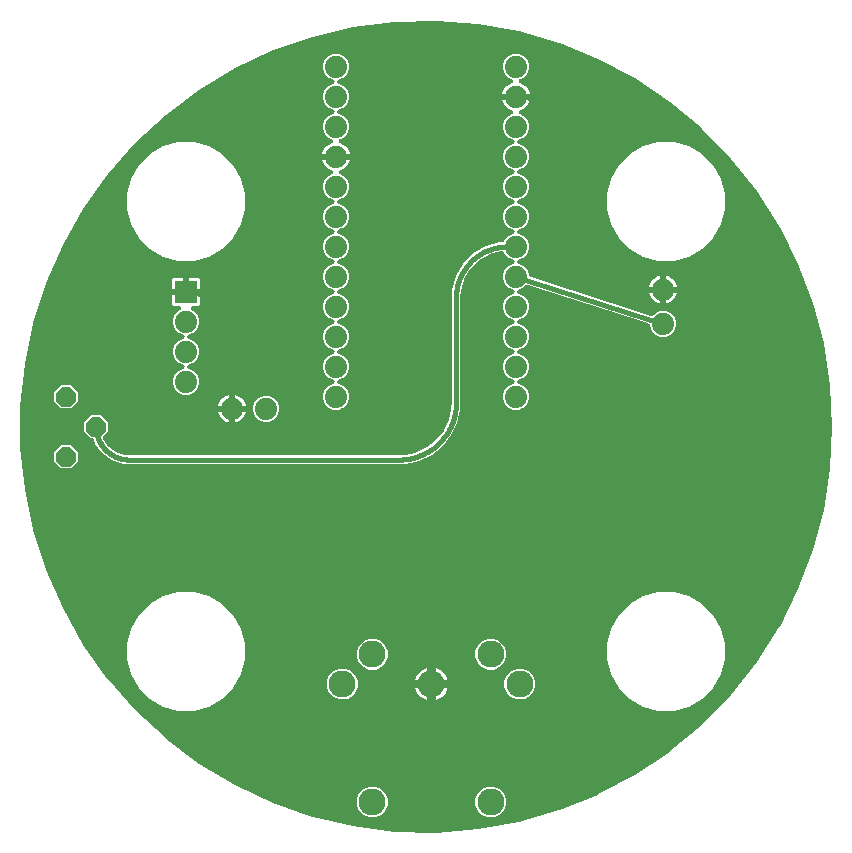
<source format=gbr>
G04 EAGLE Gerber X2 export*
%TF.Part,Single*%
%TF.FileFunction,Copper,L2,Bot,Mixed*%
%TF.FilePolarity,Positive*%
%TF.GenerationSoftware,Autodesk,EAGLE,8.6.0*%
%TF.CreationDate,2018-09-12T16:35:13Z*%
G75*
%MOMM*%
%FSLAX34Y34*%
%LPD*%
%AMOC8*
5,1,8,0,0,1.08239X$1,22.5*%
G01*
%ADD10C,1.879600*%
%ADD11C,2.286000*%
%ADD12P,1.814519X8X112.500000*%
%ADD13R,1.879600X1.879600*%
%ADD14C,0.406400*%

G36*
X669231Y126105D02*
X669231Y126105D01*
X669360Y126104D01*
X704454Y128821D01*
X704534Y128835D01*
X704662Y128848D01*
X739291Y135158D01*
X739369Y135180D01*
X739494Y135206D01*
X773291Y145044D01*
X773367Y145074D01*
X773489Y145113D01*
X806095Y158373D01*
X806167Y158411D01*
X806284Y158462D01*
X837354Y175005D01*
X837422Y175050D01*
X837533Y175113D01*
X866738Y194762D01*
X866800Y194814D01*
X866905Y194888D01*
X893934Y217437D01*
X893991Y217495D01*
X894087Y217579D01*
X918655Y242787D01*
X918705Y242850D01*
X918793Y242944D01*
X940638Y270545D01*
X940682Y270613D01*
X940759Y270715D01*
X959651Y300416D01*
X959687Y300488D01*
X959754Y300598D01*
X975491Y332083D01*
X975520Y332159D01*
X975575Y332275D01*
X987991Y365211D01*
X988012Y365290D01*
X988055Y365411D01*
X997019Y399450D01*
X997032Y399530D01*
X997062Y399654D01*
X1002479Y434435D01*
X1002484Y434515D01*
X1002501Y434643D01*
X1004313Y469795D01*
X1004309Y469877D01*
X1004313Y470005D01*
X1002501Y505157D01*
X1002488Y505238D01*
X1002479Y505365D01*
X997062Y540146D01*
X997042Y540224D01*
X997019Y540350D01*
X988055Y574389D01*
X988027Y574465D01*
X987991Y574589D01*
X975575Y607525D01*
X975539Y607598D01*
X975491Y607717D01*
X959754Y639202D01*
X959710Y639271D01*
X959651Y639384D01*
X940759Y669085D01*
X940709Y669149D01*
X940638Y669255D01*
X918793Y696856D01*
X918736Y696915D01*
X918655Y697013D01*
X894087Y722221D01*
X894025Y722274D01*
X893934Y722363D01*
X866905Y744912D01*
X866838Y744958D01*
X866738Y745038D01*
X837533Y764687D01*
X837462Y764726D01*
X837354Y764795D01*
X806284Y781338D01*
X806209Y781369D01*
X806095Y781427D01*
X773489Y794687D01*
X773411Y794710D01*
X773291Y794756D01*
X739494Y804594D01*
X739414Y804609D01*
X739291Y804642D01*
X704661Y810952D01*
X704581Y810959D01*
X704454Y810979D01*
X669360Y813696D01*
X669278Y813694D01*
X669150Y813701D01*
X633963Y812795D01*
X633882Y812785D01*
X633754Y812779D01*
X598846Y808259D01*
X598767Y808241D01*
X598640Y808222D01*
X564382Y800137D01*
X564305Y800110D01*
X564181Y800078D01*
X530935Y788514D01*
X530862Y788480D01*
X530742Y788435D01*
X498861Y773513D01*
X498792Y773472D01*
X498677Y773415D01*
X468500Y755295D01*
X468435Y755246D01*
X468326Y755178D01*
X440172Y734051D01*
X440112Y733996D01*
X440012Y733917D01*
X414179Y710007D01*
X414125Y709946D01*
X414033Y709857D01*
X390796Y683417D01*
X390749Y683351D01*
X390666Y683253D01*
X370271Y654565D01*
X370231Y654494D01*
X370159Y654388D01*
X352821Y623755D01*
X352789Y623680D01*
X352728Y623568D01*
X338632Y591314D01*
X338607Y591236D01*
X338558Y591118D01*
X327854Y557586D01*
X327837Y557506D01*
X327800Y557383D01*
X320600Y522928D01*
X320592Y522847D01*
X320568Y522722D01*
X316949Y487709D01*
X316949Y487628D01*
X316938Y487500D01*
X316938Y452300D01*
X316946Y452219D01*
X316949Y452091D01*
X320568Y417078D01*
X320584Y416999D01*
X320600Y416872D01*
X327800Y382416D01*
X327825Y382339D01*
X327854Y382214D01*
X338558Y348682D01*
X338591Y348608D01*
X338632Y348486D01*
X352728Y316232D01*
X352735Y316219D01*
X352736Y316217D01*
X352769Y316159D01*
X352821Y316045D01*
X370159Y285412D01*
X370206Y285345D01*
X370271Y285235D01*
X390666Y256547D01*
X390720Y256485D01*
X390796Y256383D01*
X414033Y229943D01*
X414093Y229888D01*
X414179Y229793D01*
X440012Y205883D01*
X440076Y205834D01*
X440172Y205749D01*
X468326Y184622D01*
X468396Y184580D01*
X468500Y184505D01*
X498677Y166385D01*
X498750Y166350D01*
X498861Y166287D01*
X530742Y151365D01*
X530818Y151338D01*
X530935Y151286D01*
X564181Y139722D01*
X564260Y139703D01*
X564382Y139663D01*
X598640Y131578D01*
X598721Y131568D01*
X598846Y131541D01*
X633754Y127021D01*
X633835Y127019D01*
X633963Y127005D01*
X669151Y126099D01*
X669231Y126105D01*
G37*
%LPC*%
G36*
X403951Y438403D02*
X403951Y438403D01*
X394462Y441486D01*
X386391Y447351D01*
X380526Y455422D01*
X379497Y458590D01*
X379456Y458683D01*
X379425Y458780D01*
X379376Y458867D01*
X379336Y458958D01*
X379277Y459042D01*
X379227Y459131D01*
X379162Y459206D01*
X379104Y459288D01*
X379030Y459358D01*
X378964Y459436D01*
X378885Y459497D01*
X378813Y459565D01*
X378726Y459620D01*
X378646Y459682D01*
X378556Y459727D01*
X378472Y459780D01*
X378376Y459816D01*
X378285Y459862D01*
X378189Y459887D01*
X378095Y459923D01*
X377995Y459940D01*
X377896Y459966D01*
X377776Y459976D01*
X377698Y459989D01*
X377642Y459987D01*
X377565Y459993D01*
X376897Y459993D01*
X371093Y465797D01*
X371093Y474003D01*
X376897Y479807D01*
X385103Y479807D01*
X390907Y474003D01*
X390907Y465797D01*
X387272Y462162D01*
X387180Y462050D01*
X387083Y461944D01*
X387053Y461895D01*
X387017Y461850D01*
X386949Y461723D01*
X386875Y461600D01*
X386855Y461545D01*
X386828Y461494D01*
X386787Y461356D01*
X386738Y461221D01*
X386730Y461164D01*
X386713Y461108D01*
X386700Y460965D01*
X386679Y460823D01*
X386682Y460765D01*
X386677Y460707D01*
X386692Y460564D01*
X386700Y460420D01*
X386715Y460357D01*
X386720Y460307D01*
X386745Y460228D01*
X386776Y460098D01*
X387092Y459125D01*
X387154Y458985D01*
X387208Y458842D01*
X387237Y458795D01*
X387254Y458756D01*
X387303Y458686D01*
X387381Y458558D01*
X391491Y452901D01*
X391593Y452787D01*
X391689Y452668D01*
X391731Y452632D01*
X391759Y452600D01*
X391828Y452548D01*
X391941Y452451D01*
X397598Y448341D01*
X397730Y448264D01*
X397859Y448180D01*
X397909Y448159D01*
X397946Y448138D01*
X398027Y448110D01*
X398165Y448052D01*
X404816Y445891D01*
X404887Y445876D01*
X404956Y445851D01*
X405124Y445824D01*
X405209Y445805D01*
X405242Y445805D01*
X405284Y445798D01*
X408781Y445523D01*
X408847Y445524D01*
X408940Y445517D01*
X637540Y445517D01*
X637589Y445522D01*
X637654Y445520D01*
X642432Y445788D01*
X642436Y445789D01*
X642441Y445789D01*
X642770Y445836D01*
X652086Y447962D01*
X652144Y447982D01*
X652205Y447993D01*
X652388Y448064D01*
X652467Y448090D01*
X652488Y448102D01*
X652515Y448113D01*
X661124Y452258D01*
X661177Y452291D01*
X661234Y452315D01*
X661397Y452425D01*
X661468Y452468D01*
X661485Y452484D01*
X661509Y452500D01*
X668980Y458458D01*
X669025Y458501D01*
X669074Y458538D01*
X669209Y458681D01*
X669269Y458739D01*
X669282Y458759D01*
X669302Y458780D01*
X675260Y466251D01*
X675293Y466303D01*
X675334Y466350D01*
X675433Y466519D01*
X675478Y466589D01*
X675487Y466610D01*
X675502Y466636D01*
X679647Y475245D01*
X679669Y475303D01*
X679698Y475358D01*
X679757Y475545D01*
X679785Y475623D01*
X679789Y475646D01*
X679798Y475674D01*
X681924Y484990D01*
X681925Y484995D01*
X681926Y485000D01*
X681972Y485328D01*
X682240Y490106D01*
X682238Y490155D01*
X682243Y490220D01*
X682243Y585273D01*
X685428Y597160D01*
X691581Y607817D01*
X700283Y616519D01*
X710940Y622672D01*
X722827Y625857D01*
X724893Y625857D01*
X724916Y625859D01*
X724938Y625857D01*
X725115Y625879D01*
X725294Y625897D01*
X725315Y625903D01*
X725337Y625906D01*
X725507Y625962D01*
X725679Y626015D01*
X725699Y626025D01*
X725720Y626032D01*
X725875Y626121D01*
X726033Y626207D01*
X726050Y626221D01*
X726069Y626232D01*
X726205Y626350D01*
X726342Y626464D01*
X726356Y626482D01*
X726373Y626496D01*
X726482Y626638D01*
X726594Y626778D01*
X726605Y626798D01*
X726618Y626816D01*
X726770Y627111D01*
X727340Y628487D01*
X730413Y631560D01*
X734187Y633123D01*
X734195Y633128D01*
X734204Y633130D01*
X734372Y633222D01*
X734542Y633314D01*
X734549Y633319D01*
X734557Y633324D01*
X734703Y633447D01*
X734853Y633570D01*
X734858Y633577D01*
X734865Y633583D01*
X734985Y633733D01*
X735106Y633883D01*
X735111Y633891D01*
X735116Y633897D01*
X735204Y634069D01*
X735293Y634239D01*
X735296Y634248D01*
X735300Y634256D01*
X735352Y634440D01*
X735407Y634626D01*
X735407Y634634D01*
X735410Y634643D01*
X735425Y634834D01*
X735441Y635027D01*
X735440Y635036D01*
X735441Y635044D01*
X735418Y635235D01*
X735396Y635427D01*
X735393Y635435D01*
X735392Y635444D01*
X735332Y635627D01*
X735273Y635810D01*
X735269Y635818D01*
X735266Y635826D01*
X735170Y635994D01*
X735077Y636162D01*
X735071Y636168D01*
X735066Y636176D01*
X734940Y636321D01*
X734815Y636467D01*
X734808Y636473D01*
X734802Y636480D01*
X734650Y636597D01*
X734498Y636716D01*
X734490Y636720D01*
X734483Y636725D01*
X734187Y636877D01*
X730413Y638440D01*
X727340Y641513D01*
X725677Y645527D01*
X725677Y649873D01*
X727340Y653887D01*
X730413Y656960D01*
X734187Y658523D01*
X734195Y658528D01*
X734204Y658530D01*
X734372Y658622D01*
X734542Y658714D01*
X734549Y658719D01*
X734557Y658724D01*
X734703Y658847D01*
X734853Y658970D01*
X734858Y658977D01*
X734865Y658983D01*
X734985Y659133D01*
X735106Y659283D01*
X735111Y659291D01*
X735116Y659297D01*
X735204Y659469D01*
X735293Y659639D01*
X735296Y659648D01*
X735300Y659656D01*
X735352Y659840D01*
X735407Y660026D01*
X735407Y660034D01*
X735410Y660043D01*
X735425Y660234D01*
X735441Y660427D01*
X735440Y660436D01*
X735441Y660444D01*
X735418Y660635D01*
X735396Y660827D01*
X735393Y660835D01*
X735392Y660844D01*
X735332Y661027D01*
X735273Y661210D01*
X735269Y661218D01*
X735266Y661226D01*
X735170Y661394D01*
X735077Y661562D01*
X735071Y661568D01*
X735066Y661576D01*
X734940Y661721D01*
X734815Y661867D01*
X734808Y661873D01*
X734802Y661880D01*
X734650Y661997D01*
X734498Y662116D01*
X734490Y662120D01*
X734483Y662125D01*
X734187Y662277D01*
X730413Y663840D01*
X727340Y666913D01*
X725677Y670927D01*
X725677Y675273D01*
X727340Y679287D01*
X730413Y682360D01*
X734187Y683923D01*
X734195Y683928D01*
X734204Y683930D01*
X734372Y684022D01*
X734542Y684114D01*
X734549Y684119D01*
X734557Y684124D01*
X734703Y684247D01*
X734853Y684370D01*
X734858Y684377D01*
X734865Y684383D01*
X734985Y684533D01*
X735106Y684683D01*
X735111Y684691D01*
X735116Y684697D01*
X735204Y684869D01*
X735293Y685039D01*
X735296Y685048D01*
X735300Y685056D01*
X735352Y685240D01*
X735407Y685426D01*
X735407Y685434D01*
X735410Y685443D01*
X735425Y685634D01*
X735441Y685827D01*
X735440Y685836D01*
X735441Y685844D01*
X735418Y686035D01*
X735396Y686227D01*
X735393Y686235D01*
X735392Y686244D01*
X735332Y686427D01*
X735273Y686610D01*
X735269Y686618D01*
X735266Y686626D01*
X735170Y686794D01*
X735077Y686962D01*
X735071Y686968D01*
X735066Y686976D01*
X734940Y687121D01*
X734815Y687267D01*
X734808Y687273D01*
X734802Y687280D01*
X734650Y687397D01*
X734498Y687516D01*
X734490Y687520D01*
X734483Y687525D01*
X734187Y687677D01*
X730413Y689240D01*
X727340Y692313D01*
X725677Y696327D01*
X725677Y700673D01*
X727340Y704687D01*
X730413Y707760D01*
X733950Y709225D01*
X734187Y709323D01*
X734195Y709328D01*
X734204Y709330D01*
X734372Y709422D01*
X734542Y709514D01*
X734549Y709519D01*
X734557Y709524D01*
X734703Y709647D01*
X734853Y709770D01*
X734858Y709777D01*
X734865Y709783D01*
X734985Y709933D01*
X735106Y710083D01*
X735111Y710091D01*
X735116Y710097D01*
X735204Y710269D01*
X735293Y710439D01*
X735296Y710448D01*
X735300Y710456D01*
X735352Y710640D01*
X735407Y710826D01*
X735407Y710834D01*
X735410Y710843D01*
X735425Y711034D01*
X735441Y711227D01*
X735440Y711236D01*
X735441Y711244D01*
X735418Y711435D01*
X735396Y711627D01*
X735393Y711635D01*
X735392Y711644D01*
X735332Y711827D01*
X735273Y712010D01*
X735269Y712018D01*
X735266Y712026D01*
X735170Y712194D01*
X735077Y712362D01*
X735071Y712368D01*
X735066Y712376D01*
X734940Y712521D01*
X734815Y712667D01*
X734808Y712673D01*
X734802Y712680D01*
X734650Y712797D01*
X734498Y712916D01*
X734490Y712920D01*
X734483Y712925D01*
X734187Y713077D01*
X730413Y714640D01*
X727340Y717713D01*
X725677Y721727D01*
X725677Y726073D01*
X727340Y730087D01*
X730413Y733160D01*
X732899Y734190D01*
X732977Y734232D01*
X733060Y734265D01*
X733154Y734326D01*
X733254Y734380D01*
X733322Y734436D01*
X733396Y734485D01*
X733477Y734564D01*
X733564Y734636D01*
X733620Y734705D01*
X733683Y734767D01*
X733747Y734861D01*
X733818Y734949D01*
X733859Y735027D01*
X733909Y735101D01*
X733952Y735205D01*
X734005Y735305D01*
X734030Y735390D01*
X734064Y735472D01*
X734086Y735583D01*
X734118Y735692D01*
X734126Y735780D01*
X734143Y735867D01*
X734143Y735980D01*
X734153Y736093D01*
X734143Y736181D01*
X734143Y736270D01*
X734120Y736381D01*
X734107Y736493D01*
X734080Y736578D01*
X734063Y736664D01*
X734019Y736769D01*
X733984Y736876D01*
X733941Y736954D01*
X733907Y737036D01*
X733843Y737129D01*
X733788Y737228D01*
X733730Y737295D01*
X733680Y737369D01*
X733600Y737448D01*
X733526Y737534D01*
X733456Y737588D01*
X733393Y737650D01*
X733298Y737712D01*
X733209Y737782D01*
X733130Y737822D01*
X733055Y737870D01*
X732925Y737925D01*
X732849Y737963D01*
X732805Y737975D01*
X732749Y737998D01*
X732017Y738236D01*
X730343Y739089D01*
X728822Y740194D01*
X727494Y741522D01*
X726389Y743043D01*
X725536Y744717D01*
X724955Y746504D01*
X724915Y746761D01*
X736092Y746761D01*
X736110Y746762D01*
X736127Y746761D01*
X736310Y746782D01*
X736492Y746801D01*
X736509Y746806D01*
X736527Y746808D01*
X736605Y746833D01*
X736742Y746794D01*
X736760Y746792D01*
X736777Y746788D01*
X737108Y746761D01*
X748285Y746761D01*
X748245Y746504D01*
X747664Y744717D01*
X746811Y743043D01*
X745706Y741522D01*
X744378Y740194D01*
X742857Y739089D01*
X741183Y738236D01*
X740451Y737998D01*
X740369Y737962D01*
X740285Y737936D01*
X740186Y737882D01*
X740082Y737836D01*
X740009Y737785D01*
X739932Y737743D01*
X739845Y737670D01*
X739753Y737605D01*
X739691Y737541D01*
X739623Y737484D01*
X739553Y737395D01*
X739475Y737313D01*
X739428Y737238D01*
X739372Y737169D01*
X739321Y737068D01*
X739261Y736973D01*
X739229Y736890D01*
X739189Y736811D01*
X739158Y736702D01*
X739118Y736596D01*
X739103Y736508D01*
X739079Y736423D01*
X739070Y736311D01*
X739052Y736199D01*
X739055Y736110D01*
X739048Y736022D01*
X739061Y735910D01*
X739065Y735797D01*
X739086Y735710D01*
X739096Y735622D01*
X739132Y735515D01*
X739158Y735405D01*
X739195Y735324D01*
X739223Y735240D01*
X739279Y735142D01*
X739326Y735039D01*
X739378Y734967D01*
X739422Y734890D01*
X739497Y734805D01*
X739563Y734714D01*
X739628Y734654D01*
X739687Y734587D01*
X739776Y734518D01*
X739860Y734441D01*
X739936Y734395D01*
X740006Y734341D01*
X740132Y734277D01*
X740204Y734233D01*
X740247Y734217D01*
X740301Y734190D01*
X742787Y733160D01*
X745860Y730087D01*
X747523Y726073D01*
X747523Y721727D01*
X745860Y717713D01*
X742787Y714640D01*
X739013Y713077D01*
X739005Y713072D01*
X738996Y713070D01*
X738827Y712977D01*
X738658Y712886D01*
X738651Y712881D01*
X738643Y712876D01*
X738495Y712752D01*
X738347Y712630D01*
X738342Y712623D01*
X738335Y712617D01*
X738215Y712467D01*
X738094Y712317D01*
X738089Y712309D01*
X738084Y712302D01*
X737997Y712133D01*
X737906Y711961D01*
X737904Y711952D01*
X737900Y711944D01*
X737848Y711762D01*
X737793Y711574D01*
X737793Y711565D01*
X737790Y711557D01*
X737775Y711366D01*
X737759Y711173D01*
X737760Y711164D01*
X737759Y711156D01*
X737782Y710965D01*
X737804Y710773D01*
X737807Y710765D01*
X737808Y710756D01*
X737869Y710572D01*
X737927Y710390D01*
X737932Y710382D01*
X737934Y710374D01*
X738030Y710206D01*
X738123Y710038D01*
X738129Y710032D01*
X738134Y710024D01*
X738261Y709878D01*
X738385Y709733D01*
X738392Y709727D01*
X738398Y709720D01*
X738550Y709603D01*
X738702Y709484D01*
X738710Y709480D01*
X738717Y709475D01*
X739013Y709323D01*
X742787Y707760D01*
X745860Y704687D01*
X747523Y700673D01*
X747523Y696327D01*
X745860Y692313D01*
X742787Y689240D01*
X739013Y687677D01*
X739005Y687672D01*
X738996Y687670D01*
X738827Y687577D01*
X738658Y687486D01*
X738651Y687481D01*
X738643Y687476D01*
X738495Y687352D01*
X738347Y687230D01*
X738342Y687223D01*
X738335Y687217D01*
X738215Y687067D01*
X738094Y686917D01*
X738089Y686909D01*
X738084Y686902D01*
X737997Y686733D01*
X737906Y686561D01*
X737904Y686552D01*
X737900Y686544D01*
X737848Y686362D01*
X737793Y686174D01*
X737793Y686165D01*
X737790Y686157D01*
X737775Y685966D01*
X737759Y685773D01*
X737760Y685764D01*
X737759Y685756D01*
X737782Y685565D01*
X737804Y685373D01*
X737807Y685365D01*
X737808Y685356D01*
X737868Y685174D01*
X737927Y684990D01*
X737932Y684982D01*
X737934Y684974D01*
X738030Y684806D01*
X738123Y684638D01*
X738129Y684632D01*
X738134Y684624D01*
X738261Y684478D01*
X738385Y684333D01*
X738392Y684327D01*
X738398Y684320D01*
X738550Y684203D01*
X738702Y684084D01*
X738710Y684080D01*
X738717Y684075D01*
X739013Y683923D01*
X742787Y682360D01*
X745860Y679287D01*
X747523Y675273D01*
X747523Y670927D01*
X745860Y666913D01*
X742787Y663840D01*
X739013Y662277D01*
X739005Y662272D01*
X738996Y662270D01*
X738827Y662177D01*
X738658Y662086D01*
X738651Y662081D01*
X738643Y662076D01*
X738495Y661952D01*
X738347Y661830D01*
X738342Y661823D01*
X738335Y661817D01*
X738215Y661667D01*
X738094Y661517D01*
X738089Y661509D01*
X738084Y661502D01*
X737997Y661333D01*
X737906Y661161D01*
X737904Y661152D01*
X737900Y661144D01*
X737848Y660962D01*
X737793Y660774D01*
X737793Y660765D01*
X737790Y660757D01*
X737775Y660566D01*
X737759Y660373D01*
X737760Y660364D01*
X737759Y660356D01*
X737782Y660165D01*
X737804Y659973D01*
X737807Y659965D01*
X737808Y659956D01*
X737868Y659774D01*
X737927Y659590D01*
X737932Y659582D01*
X737934Y659574D01*
X738030Y659406D01*
X738123Y659238D01*
X738129Y659232D01*
X738134Y659224D01*
X738261Y659078D01*
X738385Y658933D01*
X738392Y658927D01*
X738398Y658920D01*
X738550Y658803D01*
X738702Y658684D01*
X738710Y658680D01*
X738717Y658675D01*
X739013Y658523D01*
X742787Y656960D01*
X745860Y653887D01*
X747523Y649873D01*
X747523Y645527D01*
X745860Y641513D01*
X742787Y638440D01*
X739013Y636877D01*
X739005Y636872D01*
X738996Y636870D01*
X738827Y636777D01*
X738658Y636686D01*
X738651Y636681D01*
X738643Y636676D01*
X738495Y636552D01*
X738347Y636430D01*
X738342Y636423D01*
X738335Y636417D01*
X738215Y636267D01*
X738094Y636117D01*
X738089Y636109D01*
X738084Y636102D01*
X737997Y635933D01*
X737906Y635761D01*
X737904Y635752D01*
X737900Y635744D01*
X737848Y635562D01*
X737793Y635374D01*
X737793Y635365D01*
X737790Y635357D01*
X737775Y635166D01*
X737759Y634973D01*
X737760Y634964D01*
X737759Y634956D01*
X737782Y634765D01*
X737804Y634573D01*
X737807Y634565D01*
X737808Y634556D01*
X737868Y634374D01*
X737927Y634190D01*
X737932Y634182D01*
X737934Y634174D01*
X738030Y634006D01*
X738123Y633838D01*
X738129Y633832D01*
X738134Y633824D01*
X738261Y633678D01*
X738385Y633533D01*
X738392Y633527D01*
X738398Y633520D01*
X738550Y633403D01*
X738702Y633284D01*
X738710Y633280D01*
X738717Y633275D01*
X739013Y633123D01*
X742787Y631560D01*
X745860Y628487D01*
X747523Y624473D01*
X747523Y620127D01*
X745860Y616113D01*
X742787Y613040D01*
X739013Y611477D01*
X739005Y611472D01*
X738996Y611470D01*
X738827Y611377D01*
X738658Y611286D01*
X738651Y611281D01*
X738643Y611276D01*
X738495Y611152D01*
X738347Y611030D01*
X738342Y611023D01*
X738335Y611017D01*
X738215Y610867D01*
X738094Y610717D01*
X738089Y610709D01*
X738084Y610702D01*
X737997Y610533D01*
X737906Y610361D01*
X737904Y610352D01*
X737900Y610344D01*
X737848Y610162D01*
X737793Y609974D01*
X737793Y609965D01*
X737790Y609957D01*
X737775Y609766D01*
X737759Y609573D01*
X737760Y609564D01*
X737759Y609556D01*
X737782Y609365D01*
X737804Y609173D01*
X737807Y609165D01*
X737808Y609156D01*
X737868Y608974D01*
X737927Y608790D01*
X737932Y608782D01*
X737934Y608774D01*
X738030Y608606D01*
X738123Y608438D01*
X738129Y608432D01*
X738134Y608424D01*
X738261Y608278D01*
X738385Y608133D01*
X738392Y608127D01*
X738398Y608120D01*
X738550Y608003D01*
X738702Y607884D01*
X738710Y607880D01*
X738717Y607875D01*
X739013Y607723D01*
X742787Y606160D01*
X745860Y603087D01*
X747523Y599073D01*
X747523Y598617D01*
X747533Y598512D01*
X747534Y598405D01*
X747553Y598312D01*
X747563Y598217D01*
X747594Y598115D01*
X747615Y598011D01*
X747653Y597923D01*
X747681Y597832D01*
X747731Y597738D01*
X747773Y597641D01*
X747827Y597562D01*
X747873Y597478D01*
X747940Y597396D01*
X748001Y597309D01*
X748069Y597242D01*
X748130Y597168D01*
X748213Y597102D01*
X748289Y597028D01*
X748370Y596976D01*
X748444Y596916D01*
X748538Y596867D01*
X748628Y596810D01*
X748734Y596766D01*
X748801Y596731D01*
X748859Y596714D01*
X748934Y596683D01*
X851010Y563977D01*
X851146Y563948D01*
X851281Y563910D01*
X851343Y563906D01*
X851404Y563893D01*
X851543Y563891D01*
X851683Y563881D01*
X851744Y563889D01*
X851806Y563888D01*
X851943Y563914D01*
X852082Y563931D01*
X852141Y563951D01*
X852202Y563962D01*
X852331Y564015D01*
X852464Y564059D01*
X852518Y564090D01*
X852575Y564113D01*
X852692Y564190D01*
X852813Y564260D01*
X852867Y564306D01*
X852911Y564335D01*
X852968Y564392D01*
X853066Y564475D01*
X854873Y566282D01*
X856697Y567037D01*
X858887Y567945D01*
X863233Y567945D01*
X867247Y566282D01*
X870320Y563209D01*
X871983Y559195D01*
X871983Y554849D01*
X870320Y550835D01*
X867247Y547762D01*
X863233Y546099D01*
X858887Y546099D01*
X854873Y547762D01*
X851800Y550835D01*
X850137Y554849D01*
X850137Y555305D01*
X850127Y555410D01*
X850126Y555517D01*
X850107Y555610D01*
X850097Y555705D01*
X850066Y555807D01*
X850045Y555911D01*
X850007Y555999D01*
X849979Y556090D01*
X849929Y556184D01*
X849887Y556281D01*
X849833Y556360D01*
X849787Y556444D01*
X849720Y556526D01*
X849659Y556613D01*
X849591Y556680D01*
X849530Y556754D01*
X849447Y556820D01*
X849371Y556894D01*
X849290Y556946D01*
X849216Y557006D01*
X849122Y557055D01*
X849032Y557112D01*
X848926Y557156D01*
X848859Y557191D01*
X848801Y557208D01*
X848726Y557239D01*
X746650Y589945D01*
X746513Y589974D01*
X746379Y590012D01*
X746317Y590016D01*
X746256Y590029D01*
X746117Y590031D01*
X745977Y590041D01*
X745916Y590033D01*
X745854Y590034D01*
X745717Y590008D01*
X745578Y589991D01*
X745519Y589971D01*
X745458Y589960D01*
X745329Y589907D01*
X745196Y589863D01*
X745142Y589832D01*
X745085Y589809D01*
X744968Y589731D01*
X744847Y589662D01*
X744793Y589616D01*
X744749Y589587D01*
X744692Y589530D01*
X744594Y589447D01*
X742787Y587640D01*
X739013Y586077D01*
X739005Y586072D01*
X738996Y586070D01*
X738827Y585977D01*
X738658Y585886D01*
X738651Y585881D01*
X738643Y585876D01*
X738495Y585752D01*
X738347Y585630D01*
X738342Y585623D01*
X738335Y585617D01*
X738215Y585467D01*
X738094Y585317D01*
X738089Y585309D01*
X738084Y585302D01*
X737997Y585133D01*
X737906Y584961D01*
X737904Y584952D01*
X737900Y584944D01*
X737848Y584762D01*
X737793Y584574D01*
X737793Y584565D01*
X737790Y584557D01*
X737775Y584366D01*
X737759Y584173D01*
X737760Y584164D01*
X737759Y584156D01*
X737782Y583965D01*
X737804Y583773D01*
X737807Y583765D01*
X737808Y583756D01*
X737868Y583574D01*
X737927Y583390D01*
X737932Y583382D01*
X737934Y583374D01*
X738030Y583206D01*
X738123Y583038D01*
X738129Y583032D01*
X738134Y583024D01*
X738261Y582878D01*
X738385Y582733D01*
X738392Y582727D01*
X738398Y582720D01*
X738550Y582603D01*
X738702Y582484D01*
X738710Y582480D01*
X738717Y582475D01*
X739013Y582323D01*
X742787Y580760D01*
X745860Y577687D01*
X747523Y573673D01*
X747523Y569327D01*
X745860Y565313D01*
X742787Y562240D01*
X739013Y560677D01*
X739005Y560672D01*
X738996Y560670D01*
X738827Y560577D01*
X738658Y560486D01*
X738651Y560481D01*
X738643Y560476D01*
X738495Y560352D01*
X738347Y560230D01*
X738342Y560223D01*
X738335Y560217D01*
X738215Y560067D01*
X738094Y559917D01*
X738089Y559909D01*
X738084Y559902D01*
X737997Y559733D01*
X737906Y559561D01*
X737904Y559552D01*
X737900Y559544D01*
X737848Y559362D01*
X737793Y559174D01*
X737793Y559165D01*
X737790Y559157D01*
X737775Y558963D01*
X737759Y558773D01*
X737760Y558764D01*
X737759Y558756D01*
X737782Y558565D01*
X737804Y558373D01*
X737807Y558365D01*
X737808Y558356D01*
X737868Y558174D01*
X737927Y557990D01*
X737932Y557982D01*
X737934Y557974D01*
X738030Y557806D01*
X738123Y557638D01*
X738129Y557632D01*
X738134Y557624D01*
X738261Y557478D01*
X738385Y557333D01*
X738392Y557327D01*
X738398Y557320D01*
X738550Y557203D01*
X738702Y557084D01*
X738710Y557080D01*
X738717Y557075D01*
X739013Y556923D01*
X742787Y555360D01*
X745860Y552287D01*
X747523Y548273D01*
X747523Y543927D01*
X745860Y539913D01*
X742787Y536840D01*
X739013Y535277D01*
X739005Y535272D01*
X738996Y535270D01*
X738827Y535177D01*
X738658Y535086D01*
X738651Y535081D01*
X738643Y535076D01*
X738495Y534952D01*
X738347Y534830D01*
X738342Y534823D01*
X738335Y534817D01*
X738215Y534667D01*
X738094Y534517D01*
X738089Y534509D01*
X738084Y534502D01*
X737997Y534333D01*
X737906Y534161D01*
X737904Y534152D01*
X737900Y534144D01*
X737848Y533962D01*
X737793Y533774D01*
X737793Y533765D01*
X737790Y533757D01*
X737775Y533566D01*
X737759Y533373D01*
X737760Y533364D01*
X737759Y533356D01*
X737782Y533165D01*
X737804Y532973D01*
X737807Y532965D01*
X737808Y532956D01*
X737868Y532774D01*
X737927Y532590D01*
X737932Y532582D01*
X737934Y532574D01*
X738030Y532406D01*
X738123Y532238D01*
X738129Y532232D01*
X738134Y532224D01*
X738261Y532078D01*
X738385Y531933D01*
X738392Y531927D01*
X738398Y531920D01*
X738550Y531803D01*
X738702Y531684D01*
X738710Y531680D01*
X738717Y531675D01*
X739013Y531523D01*
X742787Y529960D01*
X745860Y526887D01*
X747523Y522873D01*
X747523Y518527D01*
X745860Y514513D01*
X742787Y511440D01*
X739013Y509877D01*
X739005Y509872D01*
X738996Y509870D01*
X738827Y509777D01*
X738658Y509686D01*
X738651Y509681D01*
X738643Y509676D01*
X738495Y509552D01*
X738347Y509430D01*
X738342Y509423D01*
X738335Y509417D01*
X738215Y509267D01*
X738094Y509117D01*
X738089Y509109D01*
X738084Y509102D01*
X737997Y508933D01*
X737906Y508761D01*
X737904Y508752D01*
X737900Y508744D01*
X737848Y508562D01*
X737793Y508374D01*
X737793Y508365D01*
X737790Y508357D01*
X737775Y508166D01*
X737759Y507973D01*
X737760Y507964D01*
X737759Y507956D01*
X737782Y507765D01*
X737804Y507573D01*
X737807Y507565D01*
X737808Y507556D01*
X737868Y507374D01*
X737927Y507190D01*
X737932Y507182D01*
X737934Y507174D01*
X738030Y507006D01*
X738123Y506838D01*
X738129Y506832D01*
X738134Y506824D01*
X738261Y506678D01*
X738385Y506533D01*
X738392Y506527D01*
X738398Y506520D01*
X738550Y506403D01*
X738702Y506284D01*
X738710Y506280D01*
X738717Y506275D01*
X739013Y506123D01*
X742787Y504560D01*
X745860Y501487D01*
X747523Y497473D01*
X747523Y493127D01*
X745860Y489113D01*
X742787Y486040D01*
X741414Y485471D01*
X738773Y484377D01*
X734427Y484377D01*
X730413Y486040D01*
X727340Y489113D01*
X725677Y493127D01*
X725677Y497473D01*
X727340Y501487D01*
X730413Y504560D01*
X734131Y506100D01*
X734187Y506123D01*
X734195Y506128D01*
X734204Y506130D01*
X734372Y506222D01*
X734542Y506314D01*
X734549Y506319D01*
X734557Y506324D01*
X734703Y506447D01*
X734853Y506570D01*
X734858Y506577D01*
X734865Y506583D01*
X734985Y506733D01*
X735106Y506883D01*
X735111Y506891D01*
X735116Y506897D01*
X735203Y507067D01*
X735293Y507239D01*
X735296Y507248D01*
X735300Y507256D01*
X735352Y507440D01*
X735407Y507626D01*
X735407Y507634D01*
X735410Y507643D01*
X735425Y507834D01*
X735441Y508027D01*
X735440Y508036D01*
X735441Y508044D01*
X735418Y508235D01*
X735396Y508427D01*
X735393Y508435D01*
X735392Y508444D01*
X735332Y508627D01*
X735273Y508810D01*
X735269Y508818D01*
X735266Y508826D01*
X735170Y508994D01*
X735077Y509162D01*
X735071Y509168D01*
X735066Y509176D01*
X734940Y509321D01*
X734815Y509467D01*
X734808Y509473D01*
X734802Y509480D01*
X734650Y509597D01*
X734498Y509716D01*
X734490Y509720D01*
X734483Y509725D01*
X734187Y509877D01*
X730413Y511440D01*
X727340Y514513D01*
X725677Y518527D01*
X725677Y522873D01*
X727340Y526887D01*
X730413Y529960D01*
X734187Y531523D01*
X734195Y531528D01*
X734204Y531530D01*
X734372Y531622D01*
X734542Y531714D01*
X734549Y531719D01*
X734557Y531724D01*
X734703Y531847D01*
X734853Y531970D01*
X734858Y531977D01*
X734865Y531983D01*
X734985Y532133D01*
X735106Y532283D01*
X735111Y532291D01*
X735116Y532297D01*
X735204Y532469D01*
X735293Y532639D01*
X735296Y532648D01*
X735300Y532656D01*
X735352Y532840D01*
X735407Y533026D01*
X735407Y533034D01*
X735410Y533043D01*
X735425Y533234D01*
X735441Y533427D01*
X735440Y533436D01*
X735441Y533444D01*
X735418Y533635D01*
X735396Y533827D01*
X735393Y533835D01*
X735392Y533844D01*
X735332Y534027D01*
X735273Y534210D01*
X735269Y534218D01*
X735266Y534226D01*
X735170Y534394D01*
X735077Y534562D01*
X735071Y534568D01*
X735066Y534576D01*
X734940Y534721D01*
X734815Y534867D01*
X734808Y534873D01*
X734802Y534880D01*
X734650Y534997D01*
X734498Y535116D01*
X734490Y535120D01*
X734483Y535125D01*
X734187Y535277D01*
X730413Y536840D01*
X727340Y539913D01*
X725677Y543927D01*
X725677Y548273D01*
X727340Y552287D01*
X730413Y555360D01*
X734187Y556923D01*
X734195Y556928D01*
X734204Y556930D01*
X734372Y557022D01*
X734542Y557114D01*
X734549Y557119D01*
X734557Y557124D01*
X734703Y557247D01*
X734853Y557370D01*
X734858Y557377D01*
X734865Y557383D01*
X734985Y557533D01*
X735106Y557683D01*
X735111Y557691D01*
X735116Y557697D01*
X735204Y557869D01*
X735293Y558039D01*
X735296Y558048D01*
X735300Y558056D01*
X735352Y558240D01*
X735407Y558426D01*
X735407Y558434D01*
X735410Y558443D01*
X735425Y558634D01*
X735441Y558827D01*
X735440Y558836D01*
X735441Y558844D01*
X735418Y559035D01*
X735396Y559227D01*
X735393Y559235D01*
X735392Y559244D01*
X735332Y559427D01*
X735273Y559610D01*
X735269Y559618D01*
X735266Y559626D01*
X735170Y559794D01*
X735077Y559962D01*
X735071Y559968D01*
X735066Y559976D01*
X734940Y560121D01*
X734815Y560267D01*
X734808Y560273D01*
X734802Y560280D01*
X734650Y560397D01*
X734498Y560516D01*
X734490Y560520D01*
X734483Y560525D01*
X734187Y560677D01*
X730413Y562240D01*
X727340Y565313D01*
X725677Y569327D01*
X725677Y573673D01*
X727340Y577687D01*
X730413Y580760D01*
X731611Y581256D01*
X734187Y582323D01*
X734195Y582328D01*
X734204Y582330D01*
X734372Y582422D01*
X734542Y582514D01*
X734549Y582519D01*
X734557Y582524D01*
X734703Y582647D01*
X734853Y582770D01*
X734858Y582777D01*
X734865Y582783D01*
X734985Y582933D01*
X735106Y583083D01*
X735111Y583091D01*
X735116Y583097D01*
X735204Y583269D01*
X735293Y583439D01*
X735296Y583448D01*
X735300Y583456D01*
X735352Y583640D01*
X735407Y583826D01*
X735407Y583834D01*
X735410Y583843D01*
X735424Y584033D01*
X735441Y584227D01*
X735440Y584236D01*
X735441Y584244D01*
X735418Y584435D01*
X735396Y584627D01*
X735393Y584635D01*
X735392Y584644D01*
X735332Y584827D01*
X735273Y585010D01*
X735269Y585018D01*
X735266Y585026D01*
X735170Y585194D01*
X735077Y585362D01*
X735071Y585368D01*
X735066Y585376D01*
X734940Y585521D01*
X734815Y585667D01*
X734808Y585673D01*
X734802Y585680D01*
X734650Y585797D01*
X734498Y585916D01*
X734490Y585920D01*
X734483Y585925D01*
X734187Y586077D01*
X730413Y587640D01*
X727340Y590713D01*
X725677Y594727D01*
X725677Y599073D01*
X727340Y603087D01*
X730413Y606160D01*
X734040Y607662D01*
X734187Y607723D01*
X734195Y607728D01*
X734204Y607730D01*
X734372Y607822D01*
X734542Y607914D01*
X734549Y607919D01*
X734557Y607924D01*
X734703Y608047D01*
X734853Y608170D01*
X734858Y608177D01*
X734865Y608183D01*
X734985Y608333D01*
X735106Y608483D01*
X735111Y608491D01*
X735116Y608497D01*
X735204Y608669D01*
X735293Y608839D01*
X735296Y608848D01*
X735300Y608856D01*
X735352Y609040D01*
X735407Y609226D01*
X735407Y609234D01*
X735410Y609243D01*
X735425Y609434D01*
X735441Y609627D01*
X735440Y609636D01*
X735441Y609644D01*
X735418Y609835D01*
X735396Y610027D01*
X735393Y610035D01*
X735392Y610044D01*
X735332Y610227D01*
X735273Y610410D01*
X735269Y610418D01*
X735266Y610426D01*
X735170Y610594D01*
X735077Y610762D01*
X735071Y610768D01*
X735066Y610776D01*
X734940Y610921D01*
X734815Y611067D01*
X734808Y611073D01*
X734802Y611080D01*
X734650Y611197D01*
X734498Y611316D01*
X734490Y611320D01*
X734483Y611325D01*
X734187Y611477D01*
X730413Y613040D01*
X727340Y616113D01*
X726878Y617229D01*
X726836Y617307D01*
X726803Y617389D01*
X726741Y617484D01*
X726688Y617583D01*
X726631Y617652D01*
X726583Y617726D01*
X726503Y617807D01*
X726431Y617894D01*
X726362Y617950D01*
X726300Y618013D01*
X726207Y618076D01*
X726119Y618148D01*
X726040Y618189D01*
X725966Y618239D01*
X725862Y618282D01*
X725762Y618335D01*
X725677Y618360D01*
X725595Y618394D01*
X725484Y618416D01*
X725376Y618448D01*
X725287Y618455D01*
X725200Y618473D01*
X725059Y618475D01*
X724975Y618482D01*
X724929Y618477D01*
X724868Y618478D01*
X723940Y618417D01*
X723907Y618412D01*
X723874Y618412D01*
X723548Y618352D01*
X723543Y618351D01*
X714068Y615813D01*
X713975Y615777D01*
X713878Y615751D01*
X713766Y615698D01*
X713692Y615670D01*
X713645Y615641D01*
X713579Y615610D01*
X705080Y610703D01*
X704999Y610645D01*
X704912Y610595D01*
X704818Y610514D01*
X704753Y610468D01*
X704715Y610428D01*
X704659Y610380D01*
X697720Y603441D01*
X697657Y603364D01*
X697586Y603293D01*
X697515Y603191D01*
X697465Y603129D01*
X697439Y603081D01*
X697397Y603020D01*
X692490Y594521D01*
X692449Y594430D01*
X692399Y594344D01*
X692358Y594227D01*
X692325Y594155D01*
X692312Y594101D01*
X692287Y594032D01*
X689748Y584552D01*
X689742Y584519D01*
X689731Y584488D01*
X689683Y584160D01*
X689361Y579253D01*
X689363Y579196D01*
X689357Y579120D01*
X689357Y484382D01*
X686758Y472998D01*
X681692Y462477D01*
X674412Y453348D01*
X665283Y446068D01*
X654762Y441002D01*
X643378Y438403D01*
X403951Y438403D01*
G37*
%LPD*%
%LPC*%
G36*
X450595Y229234D02*
X450595Y229234D01*
X437837Y232653D01*
X426397Y239257D01*
X417057Y248597D01*
X410453Y260037D01*
X407034Y272795D01*
X407034Y286005D01*
X410453Y298763D01*
X417057Y310203D01*
X426397Y319543D01*
X437837Y326147D01*
X450595Y329566D01*
X463805Y329566D01*
X476563Y326147D01*
X488003Y319543D01*
X497343Y310203D01*
X503947Y298763D01*
X507366Y286005D01*
X507366Y272795D01*
X503947Y260037D01*
X497343Y248597D01*
X488003Y239257D01*
X476563Y232653D01*
X463805Y229234D01*
X450595Y229234D01*
G37*
%LPD*%
%LPC*%
G36*
X856995Y229234D02*
X856995Y229234D01*
X844237Y232653D01*
X832797Y239257D01*
X823457Y248597D01*
X816853Y260037D01*
X813434Y272795D01*
X813434Y286005D01*
X816853Y298763D01*
X823457Y310203D01*
X832797Y319543D01*
X844237Y326147D01*
X856995Y329566D01*
X870205Y329566D01*
X882963Y326147D01*
X894403Y319543D01*
X903743Y310203D01*
X910347Y298763D01*
X913766Y286005D01*
X913766Y272795D01*
X910347Y260037D01*
X903743Y248597D01*
X894403Y239257D01*
X882963Y232653D01*
X870205Y229234D01*
X856995Y229234D01*
G37*
%LPD*%
%LPC*%
G36*
X856995Y610234D02*
X856995Y610234D01*
X844237Y613653D01*
X832797Y620257D01*
X823457Y629597D01*
X816853Y641037D01*
X813434Y653795D01*
X813434Y667005D01*
X816853Y679763D01*
X823457Y691203D01*
X832797Y700543D01*
X844237Y707147D01*
X856995Y710566D01*
X870205Y710566D01*
X882963Y707147D01*
X894403Y700543D01*
X903743Y691203D01*
X910347Y679763D01*
X913766Y667005D01*
X913766Y653795D01*
X910347Y641037D01*
X903743Y629597D01*
X894403Y620257D01*
X882963Y613653D01*
X870205Y610234D01*
X856995Y610234D01*
G37*
%LPD*%
%LPC*%
G36*
X450595Y610234D02*
X450595Y610234D01*
X437837Y613653D01*
X426397Y620257D01*
X417057Y629597D01*
X410453Y641037D01*
X407034Y653795D01*
X407034Y667005D01*
X410453Y679763D01*
X417057Y691203D01*
X426397Y700543D01*
X437837Y707147D01*
X450595Y710566D01*
X463805Y710566D01*
X476563Y707147D01*
X488003Y700543D01*
X497343Y691203D01*
X503947Y679763D01*
X507366Y667005D01*
X507366Y653795D01*
X503947Y641037D01*
X497343Y629597D01*
X488003Y620257D01*
X476563Y613653D01*
X463805Y610234D01*
X450595Y610234D01*
G37*
%LPD*%
%LPC*%
G36*
X582027Y484377D02*
X582027Y484377D01*
X578013Y486040D01*
X574940Y489113D01*
X573277Y493127D01*
X573277Y497473D01*
X574940Y501487D01*
X578013Y504560D01*
X581787Y506123D01*
X581795Y506128D01*
X581804Y506130D01*
X581973Y506223D01*
X582142Y506314D01*
X582149Y506319D01*
X582157Y506324D01*
X582305Y506448D01*
X582453Y506570D01*
X582458Y506577D01*
X582465Y506583D01*
X582585Y506733D01*
X582706Y506883D01*
X582711Y506891D01*
X582716Y506898D01*
X582803Y507067D01*
X582894Y507239D01*
X582896Y507248D01*
X582900Y507256D01*
X582952Y507438D01*
X583007Y507626D01*
X583007Y507635D01*
X583010Y507643D01*
X583025Y507834D01*
X583041Y508027D01*
X583040Y508036D01*
X583041Y508044D01*
X583018Y508235D01*
X582996Y508427D01*
X582993Y508435D01*
X582992Y508444D01*
X582932Y508626D01*
X582873Y508810D01*
X582868Y508818D01*
X582866Y508826D01*
X582770Y508994D01*
X582677Y509162D01*
X582671Y509168D01*
X582666Y509176D01*
X582539Y509322D01*
X582415Y509467D01*
X582408Y509473D01*
X582402Y509480D01*
X582250Y509597D01*
X582098Y509716D01*
X582090Y509720D01*
X582083Y509725D01*
X581787Y509877D01*
X578013Y511440D01*
X574940Y514513D01*
X573277Y518527D01*
X573277Y522873D01*
X574940Y526887D01*
X578013Y529960D01*
X581787Y531523D01*
X581795Y531528D01*
X581804Y531530D01*
X581973Y531623D01*
X582142Y531714D01*
X582149Y531719D01*
X582157Y531724D01*
X582305Y531848D01*
X582453Y531970D01*
X582458Y531977D01*
X582465Y531983D01*
X582585Y532133D01*
X582706Y532283D01*
X582711Y532291D01*
X582716Y532298D01*
X582803Y532467D01*
X582894Y532639D01*
X582896Y532648D01*
X582900Y532656D01*
X582952Y532838D01*
X583007Y533026D01*
X583007Y533035D01*
X583010Y533043D01*
X583025Y533234D01*
X583041Y533427D01*
X583040Y533436D01*
X583041Y533444D01*
X583018Y533635D01*
X582996Y533827D01*
X582993Y533835D01*
X582992Y533844D01*
X582932Y534026D01*
X582873Y534210D01*
X582868Y534218D01*
X582866Y534226D01*
X582770Y534394D01*
X582677Y534562D01*
X582671Y534568D01*
X582666Y534576D01*
X582539Y534722D01*
X582415Y534867D01*
X582408Y534873D01*
X582402Y534880D01*
X582250Y534997D01*
X582098Y535116D01*
X582090Y535120D01*
X582083Y535125D01*
X581787Y535277D01*
X578013Y536840D01*
X574940Y539913D01*
X573277Y543927D01*
X573277Y548273D01*
X574940Y552287D01*
X578013Y555360D01*
X581787Y556923D01*
X581795Y556928D01*
X581804Y556930D01*
X581973Y557023D01*
X582142Y557114D01*
X582149Y557119D01*
X582157Y557124D01*
X582305Y557248D01*
X582453Y557370D01*
X582458Y557377D01*
X582465Y557383D01*
X582585Y557533D01*
X582706Y557683D01*
X582711Y557691D01*
X582716Y557698D01*
X582803Y557867D01*
X582894Y558039D01*
X582896Y558048D01*
X582900Y558056D01*
X582952Y558238D01*
X583007Y558426D01*
X583007Y558435D01*
X583010Y558443D01*
X583025Y558634D01*
X583041Y558827D01*
X583040Y558836D01*
X583041Y558844D01*
X583018Y559035D01*
X582996Y559227D01*
X582993Y559235D01*
X582992Y559244D01*
X582932Y559426D01*
X582873Y559610D01*
X582868Y559618D01*
X582866Y559626D01*
X582770Y559794D01*
X582677Y559962D01*
X582671Y559968D01*
X582666Y559976D01*
X582539Y560122D01*
X582415Y560267D01*
X582408Y560273D01*
X582402Y560280D01*
X582250Y560397D01*
X582098Y560516D01*
X582090Y560520D01*
X582083Y560525D01*
X581787Y560677D01*
X578013Y562240D01*
X574940Y565313D01*
X573277Y569327D01*
X573277Y573673D01*
X574940Y577687D01*
X578013Y580760D01*
X579211Y581256D01*
X581787Y582323D01*
X581795Y582328D01*
X581804Y582330D01*
X581973Y582423D01*
X582142Y582514D01*
X582149Y582519D01*
X582157Y582524D01*
X582305Y582648D01*
X582453Y582770D01*
X582458Y582777D01*
X582465Y582783D01*
X582585Y582933D01*
X582706Y583083D01*
X582711Y583091D01*
X582716Y583098D01*
X582803Y583267D01*
X582894Y583439D01*
X582896Y583448D01*
X582900Y583456D01*
X582952Y583638D01*
X583007Y583826D01*
X583007Y583835D01*
X583010Y583843D01*
X583024Y584033D01*
X583041Y584227D01*
X583040Y584236D01*
X583041Y584244D01*
X583018Y584435D01*
X582996Y584627D01*
X582993Y584635D01*
X582992Y584644D01*
X582932Y584825D01*
X582873Y585010D01*
X582868Y585018D01*
X582866Y585026D01*
X582770Y585194D01*
X582677Y585362D01*
X582671Y585368D01*
X582666Y585376D01*
X582539Y585522D01*
X582415Y585667D01*
X582408Y585673D01*
X582402Y585680D01*
X582250Y585797D01*
X582098Y585916D01*
X582090Y585920D01*
X582083Y585925D01*
X581787Y586077D01*
X578013Y587640D01*
X574940Y590713D01*
X573277Y594727D01*
X573277Y599073D01*
X574940Y603087D01*
X578013Y606160D01*
X581787Y607723D01*
X581795Y607728D01*
X581804Y607730D01*
X581973Y607823D01*
X582142Y607914D01*
X582149Y607919D01*
X582157Y607924D01*
X582305Y608048D01*
X582453Y608170D01*
X582458Y608177D01*
X582465Y608183D01*
X582585Y608333D01*
X582706Y608483D01*
X582711Y608491D01*
X582716Y608498D01*
X582803Y608667D01*
X582894Y608839D01*
X582896Y608848D01*
X582900Y608856D01*
X582952Y609038D01*
X583007Y609226D01*
X583007Y609235D01*
X583010Y609243D01*
X583025Y609434D01*
X583041Y609627D01*
X583040Y609636D01*
X583041Y609644D01*
X583018Y609833D01*
X582996Y610027D01*
X582993Y610035D01*
X582992Y610044D01*
X582932Y610226D01*
X582873Y610410D01*
X582868Y610418D01*
X582866Y610426D01*
X582770Y610594D01*
X582677Y610762D01*
X582671Y610768D01*
X582666Y610776D01*
X582539Y610922D01*
X582415Y611067D01*
X582408Y611073D01*
X582402Y611080D01*
X582250Y611197D01*
X582098Y611316D01*
X582090Y611320D01*
X582083Y611325D01*
X581787Y611477D01*
X578013Y613040D01*
X574940Y616113D01*
X573277Y620127D01*
X573277Y624473D01*
X574940Y628487D01*
X578013Y631560D01*
X581787Y633123D01*
X581795Y633128D01*
X581804Y633130D01*
X581973Y633223D01*
X582142Y633314D01*
X582149Y633319D01*
X582157Y633324D01*
X582305Y633448D01*
X582453Y633570D01*
X582458Y633577D01*
X582465Y633583D01*
X582585Y633733D01*
X582706Y633883D01*
X582711Y633891D01*
X582716Y633898D01*
X582803Y634067D01*
X582894Y634239D01*
X582896Y634248D01*
X582900Y634256D01*
X582952Y634438D01*
X583007Y634626D01*
X583007Y634635D01*
X583010Y634643D01*
X583024Y634832D01*
X583041Y635027D01*
X583040Y635036D01*
X583041Y635044D01*
X583018Y635235D01*
X582996Y635427D01*
X582993Y635435D01*
X582992Y635444D01*
X582932Y635626D01*
X582873Y635810D01*
X582868Y635818D01*
X582866Y635826D01*
X582770Y635994D01*
X582677Y636162D01*
X582671Y636168D01*
X582666Y636176D01*
X582539Y636322D01*
X582415Y636467D01*
X582408Y636473D01*
X582402Y636480D01*
X582250Y636597D01*
X582098Y636716D01*
X582090Y636720D01*
X582083Y636725D01*
X581787Y636877D01*
X578013Y638440D01*
X574940Y641513D01*
X573277Y645527D01*
X573277Y649873D01*
X574940Y653887D01*
X578013Y656960D01*
X581787Y658523D01*
X581795Y658528D01*
X581804Y658530D01*
X581973Y658623D01*
X582142Y658714D01*
X582149Y658719D01*
X582157Y658724D01*
X582305Y658848D01*
X582453Y658970D01*
X582458Y658977D01*
X582465Y658983D01*
X582585Y659133D01*
X582706Y659283D01*
X582711Y659291D01*
X582716Y659298D01*
X582803Y659467D01*
X582894Y659639D01*
X582896Y659648D01*
X582900Y659656D01*
X582952Y659838D01*
X583007Y660026D01*
X583007Y660035D01*
X583010Y660043D01*
X583025Y660234D01*
X583041Y660427D01*
X583040Y660436D01*
X583041Y660444D01*
X583018Y660635D01*
X582996Y660827D01*
X582993Y660835D01*
X582992Y660844D01*
X582932Y661026D01*
X582873Y661210D01*
X582868Y661218D01*
X582866Y661226D01*
X582770Y661394D01*
X582677Y661562D01*
X582671Y661568D01*
X582666Y661576D01*
X582539Y661722D01*
X582415Y661867D01*
X582408Y661873D01*
X582402Y661880D01*
X582250Y661997D01*
X582098Y662116D01*
X582090Y662120D01*
X582083Y662125D01*
X581787Y662277D01*
X578013Y663840D01*
X574940Y666913D01*
X573277Y670927D01*
X573277Y675273D01*
X574940Y679287D01*
X578013Y682360D01*
X579120Y682819D01*
X580499Y683390D01*
X580577Y683432D01*
X580660Y683465D01*
X580754Y683526D01*
X580854Y683580D01*
X580922Y683636D01*
X580996Y683685D01*
X581077Y683764D01*
X581164Y683836D01*
X581220Y683905D01*
X581283Y683967D01*
X581347Y684061D01*
X581418Y684149D01*
X581459Y684227D01*
X581509Y684301D01*
X581552Y684405D01*
X581605Y684505D01*
X581630Y684590D01*
X581664Y684672D01*
X581686Y684783D01*
X581718Y684892D01*
X581726Y684980D01*
X581743Y685067D01*
X581743Y685180D01*
X581753Y685293D01*
X581743Y685381D01*
X581743Y685470D01*
X581720Y685581D01*
X581707Y685693D01*
X581680Y685778D01*
X581663Y685864D01*
X581619Y685969D01*
X581584Y686076D01*
X581541Y686154D01*
X581507Y686236D01*
X581443Y686329D01*
X581388Y686428D01*
X581330Y686495D01*
X581280Y686569D01*
X581200Y686648D01*
X581126Y686734D01*
X581056Y686788D01*
X580993Y686850D01*
X580898Y686912D01*
X580809Y686982D01*
X580730Y687022D01*
X580655Y687070D01*
X580525Y687125D01*
X580449Y687163D01*
X580405Y687175D01*
X580349Y687198D01*
X579617Y687436D01*
X577943Y688289D01*
X576422Y689394D01*
X575094Y690722D01*
X573989Y692243D01*
X573136Y693917D01*
X572555Y695704D01*
X572515Y695961D01*
X583692Y695961D01*
X583710Y695962D01*
X583727Y695961D01*
X583910Y695982D01*
X584092Y696001D01*
X584109Y696006D01*
X584127Y696008D01*
X584205Y696033D01*
X584342Y695994D01*
X584360Y695992D01*
X584377Y695988D01*
X584708Y695961D01*
X595885Y695961D01*
X595845Y695704D01*
X595264Y693917D01*
X594411Y692243D01*
X593306Y690722D01*
X591978Y689394D01*
X590457Y688289D01*
X588783Y687436D01*
X588051Y687198D01*
X587969Y687162D01*
X587885Y687136D01*
X587786Y687082D01*
X587682Y687036D01*
X587609Y686985D01*
X587532Y686943D01*
X587445Y686870D01*
X587353Y686805D01*
X587291Y686741D01*
X587223Y686684D01*
X587153Y686595D01*
X587075Y686513D01*
X587028Y686438D01*
X586972Y686369D01*
X586921Y686268D01*
X586861Y686173D01*
X586829Y686090D01*
X586789Y686011D01*
X586758Y685902D01*
X586718Y685796D01*
X586703Y685708D01*
X586679Y685623D01*
X586670Y685511D01*
X586652Y685399D01*
X586655Y685310D01*
X586648Y685222D01*
X586661Y685110D01*
X586665Y684997D01*
X586686Y684910D01*
X586696Y684822D01*
X586732Y684715D01*
X586758Y684605D01*
X586795Y684524D01*
X586823Y684440D01*
X586879Y684342D01*
X586926Y684239D01*
X586978Y684167D01*
X587022Y684090D01*
X587097Y684005D01*
X587163Y683914D01*
X587228Y683854D01*
X587287Y683787D01*
X587376Y683718D01*
X587460Y683641D01*
X587536Y683595D01*
X587606Y683541D01*
X587732Y683477D01*
X587804Y683433D01*
X587847Y683417D01*
X587901Y683390D01*
X590387Y682360D01*
X593460Y679287D01*
X595123Y675273D01*
X595123Y670927D01*
X593460Y666913D01*
X590387Y663840D01*
X586613Y662277D01*
X586605Y662272D01*
X586596Y662270D01*
X586428Y662178D01*
X586258Y662086D01*
X586251Y662081D01*
X586243Y662076D01*
X586097Y661953D01*
X585947Y661830D01*
X585942Y661823D01*
X585935Y661817D01*
X585815Y661667D01*
X585694Y661517D01*
X585689Y661509D01*
X585684Y661503D01*
X585596Y661331D01*
X585507Y661161D01*
X585504Y661152D01*
X585500Y661144D01*
X585448Y660960D01*
X585393Y660774D01*
X585393Y660766D01*
X585390Y660757D01*
X585375Y660566D01*
X585359Y660373D01*
X585360Y660364D01*
X585359Y660356D01*
X585382Y660165D01*
X585404Y659973D01*
X585407Y659965D01*
X585408Y659956D01*
X585468Y659773D01*
X585527Y659590D01*
X585531Y659582D01*
X585534Y659574D01*
X585630Y659406D01*
X585723Y659238D01*
X585729Y659232D01*
X585734Y659224D01*
X585860Y659079D01*
X585985Y658933D01*
X585992Y658927D01*
X585998Y658920D01*
X586150Y658803D01*
X586302Y658684D01*
X586310Y658680D01*
X586317Y658675D01*
X586613Y658523D01*
X590387Y656960D01*
X593460Y653887D01*
X595123Y649873D01*
X595123Y645527D01*
X593460Y641513D01*
X590387Y638440D01*
X588878Y637815D01*
X586613Y636877D01*
X586605Y636872D01*
X586596Y636870D01*
X586428Y636778D01*
X586258Y636686D01*
X586251Y636681D01*
X586243Y636676D01*
X586097Y636553D01*
X585947Y636430D01*
X585942Y636423D01*
X585935Y636417D01*
X585815Y636267D01*
X585694Y636117D01*
X585689Y636109D01*
X585684Y636103D01*
X585596Y635931D01*
X585507Y635761D01*
X585504Y635752D01*
X585500Y635744D01*
X585448Y635560D01*
X585393Y635374D01*
X585393Y635366D01*
X585390Y635357D01*
X585375Y635166D01*
X585359Y634973D01*
X585360Y634964D01*
X585359Y634956D01*
X585382Y634765D01*
X585404Y634573D01*
X585407Y634565D01*
X585408Y634556D01*
X585468Y634373D01*
X585527Y634190D01*
X585531Y634182D01*
X585534Y634174D01*
X585630Y634006D01*
X585723Y633838D01*
X585729Y633832D01*
X585734Y633824D01*
X585860Y633679D01*
X585985Y633533D01*
X585992Y633527D01*
X585998Y633520D01*
X586150Y633403D01*
X586302Y633284D01*
X586310Y633280D01*
X586317Y633275D01*
X586613Y633123D01*
X590387Y631560D01*
X593460Y628487D01*
X595123Y624473D01*
X595123Y620127D01*
X593460Y616113D01*
X590387Y613040D01*
X586613Y611477D01*
X586605Y611472D01*
X586596Y611470D01*
X586428Y611378D01*
X586258Y611286D01*
X586251Y611281D01*
X586243Y611276D01*
X586097Y611153D01*
X585947Y611030D01*
X585942Y611023D01*
X585935Y611017D01*
X585815Y610867D01*
X585694Y610717D01*
X585689Y610709D01*
X585684Y610703D01*
X585596Y610531D01*
X585507Y610361D01*
X585504Y610352D01*
X585500Y610344D01*
X585448Y610160D01*
X585393Y609974D01*
X585393Y609966D01*
X585390Y609957D01*
X585375Y609766D01*
X585359Y609573D01*
X585360Y609564D01*
X585359Y609556D01*
X585382Y609365D01*
X585404Y609173D01*
X585407Y609165D01*
X585408Y609156D01*
X585468Y608973D01*
X585527Y608790D01*
X585531Y608782D01*
X585534Y608774D01*
X585630Y608606D01*
X585723Y608438D01*
X585729Y608432D01*
X585734Y608424D01*
X585860Y608279D01*
X585985Y608133D01*
X585992Y608127D01*
X585998Y608120D01*
X586150Y608003D01*
X586302Y607884D01*
X586310Y607880D01*
X586317Y607875D01*
X586613Y607723D01*
X590387Y606160D01*
X593460Y603087D01*
X595123Y599073D01*
X595123Y594727D01*
X593460Y590713D01*
X590387Y587640D01*
X586613Y586077D01*
X586605Y586072D01*
X586596Y586070D01*
X586428Y585978D01*
X586258Y585886D01*
X586251Y585881D01*
X586243Y585876D01*
X586097Y585753D01*
X585947Y585630D01*
X585942Y585623D01*
X585935Y585617D01*
X585814Y585466D01*
X585694Y585317D01*
X585689Y585309D01*
X585684Y585303D01*
X585596Y585131D01*
X585507Y584961D01*
X585504Y584952D01*
X585500Y584944D01*
X585448Y584760D01*
X585393Y584574D01*
X585393Y584566D01*
X585390Y584557D01*
X585375Y584366D01*
X585359Y584173D01*
X585360Y584164D01*
X585359Y584156D01*
X585382Y583965D01*
X585404Y583773D01*
X585407Y583765D01*
X585408Y583756D01*
X585468Y583573D01*
X585527Y583390D01*
X585531Y583382D01*
X585534Y583374D01*
X585630Y583206D01*
X585723Y583038D01*
X585729Y583032D01*
X585734Y583024D01*
X585860Y582879D01*
X585985Y582733D01*
X585992Y582727D01*
X585998Y582720D01*
X586150Y582603D01*
X586302Y582484D01*
X586310Y582480D01*
X586317Y582475D01*
X586613Y582323D01*
X590387Y580760D01*
X593460Y577687D01*
X595123Y573673D01*
X595123Y569327D01*
X593460Y565313D01*
X590387Y562240D01*
X586613Y560677D01*
X586605Y560672D01*
X586596Y560670D01*
X586428Y560578D01*
X586258Y560486D01*
X586251Y560481D01*
X586243Y560476D01*
X586097Y560353D01*
X585947Y560230D01*
X585942Y560223D01*
X585935Y560217D01*
X585815Y560067D01*
X585694Y559917D01*
X585689Y559909D01*
X585684Y559903D01*
X585596Y559731D01*
X585507Y559561D01*
X585504Y559552D01*
X585500Y559544D01*
X585448Y559360D01*
X585393Y559174D01*
X585393Y559166D01*
X585390Y559157D01*
X585375Y558963D01*
X585359Y558773D01*
X585360Y558764D01*
X585359Y558756D01*
X585382Y558565D01*
X585404Y558373D01*
X585407Y558365D01*
X585408Y558356D01*
X585468Y558173D01*
X585527Y557990D01*
X585531Y557982D01*
X585534Y557974D01*
X585630Y557806D01*
X585723Y557638D01*
X585729Y557632D01*
X585734Y557624D01*
X585860Y557479D01*
X585985Y557333D01*
X585992Y557327D01*
X585998Y557320D01*
X586150Y557203D01*
X586302Y557084D01*
X586310Y557080D01*
X586317Y557075D01*
X586613Y556923D01*
X590387Y555360D01*
X593460Y552287D01*
X595123Y548273D01*
X595123Y543927D01*
X593460Y539913D01*
X590387Y536840D01*
X586613Y535277D01*
X586605Y535272D01*
X586596Y535270D01*
X586428Y535178D01*
X586258Y535086D01*
X586251Y535081D01*
X586243Y535076D01*
X586097Y534953D01*
X585947Y534830D01*
X585942Y534823D01*
X585935Y534817D01*
X585815Y534667D01*
X585694Y534517D01*
X585689Y534509D01*
X585684Y534503D01*
X585596Y534331D01*
X585507Y534161D01*
X585504Y534152D01*
X585500Y534144D01*
X585448Y533960D01*
X585393Y533774D01*
X585393Y533766D01*
X585390Y533757D01*
X585375Y533566D01*
X585359Y533373D01*
X585360Y533364D01*
X585359Y533356D01*
X585382Y533165D01*
X585404Y532973D01*
X585407Y532965D01*
X585408Y532956D01*
X585468Y532773D01*
X585527Y532590D01*
X585531Y532582D01*
X585534Y532574D01*
X585630Y532406D01*
X585723Y532238D01*
X585729Y532232D01*
X585734Y532224D01*
X585860Y532079D01*
X585985Y531933D01*
X585992Y531927D01*
X585998Y531920D01*
X586150Y531803D01*
X586302Y531684D01*
X586310Y531680D01*
X586317Y531675D01*
X586613Y531523D01*
X590387Y529960D01*
X593460Y526887D01*
X595123Y522873D01*
X595123Y518527D01*
X593460Y514513D01*
X590387Y511440D01*
X586613Y509877D01*
X586605Y509872D01*
X586596Y509870D01*
X586428Y509778D01*
X586258Y509686D01*
X586251Y509681D01*
X586243Y509676D01*
X586097Y509553D01*
X585947Y509430D01*
X585942Y509423D01*
X585935Y509417D01*
X585815Y509267D01*
X585694Y509117D01*
X585689Y509109D01*
X585684Y509103D01*
X585595Y508929D01*
X585507Y508761D01*
X585504Y508752D01*
X585500Y508744D01*
X585448Y508560D01*
X585393Y508374D01*
X585393Y508366D01*
X585390Y508357D01*
X585375Y508166D01*
X585359Y507973D01*
X585360Y507964D01*
X585359Y507956D01*
X585382Y507765D01*
X585404Y507573D01*
X585407Y507565D01*
X585408Y507556D01*
X585468Y507373D01*
X585527Y507190D01*
X585531Y507182D01*
X585534Y507174D01*
X585630Y507006D01*
X585723Y506838D01*
X585729Y506832D01*
X585734Y506824D01*
X585860Y506679D01*
X585985Y506533D01*
X585992Y506527D01*
X585998Y506520D01*
X586150Y506403D01*
X586302Y506284D01*
X586310Y506280D01*
X586317Y506275D01*
X586613Y506123D01*
X590387Y504560D01*
X593460Y501487D01*
X595123Y497473D01*
X595123Y493127D01*
X593460Y489113D01*
X590387Y486040D01*
X589014Y485471D01*
X586373Y484377D01*
X582027Y484377D01*
G37*
%LPD*%
%LPC*%
G36*
X455027Y497077D02*
X455027Y497077D01*
X451013Y498740D01*
X447940Y501813D01*
X446277Y505827D01*
X446277Y510173D01*
X447940Y514187D01*
X451013Y517260D01*
X454787Y518823D01*
X454795Y518828D01*
X454804Y518830D01*
X454973Y518923D01*
X455142Y519014D01*
X455149Y519019D01*
X455157Y519024D01*
X455305Y519148D01*
X455453Y519270D01*
X455458Y519277D01*
X455465Y519283D01*
X455585Y519433D01*
X455706Y519583D01*
X455711Y519591D01*
X455716Y519598D01*
X455803Y519767D01*
X455894Y519939D01*
X455896Y519948D01*
X455900Y519956D01*
X455952Y520138D01*
X456007Y520326D01*
X456007Y520335D01*
X456010Y520343D01*
X456025Y520534D01*
X456041Y520727D01*
X456040Y520736D01*
X456041Y520744D01*
X456018Y520935D01*
X455996Y521127D01*
X455993Y521135D01*
X455992Y521144D01*
X455932Y521326D01*
X455873Y521510D01*
X455868Y521518D01*
X455866Y521526D01*
X455770Y521694D01*
X455677Y521862D01*
X455671Y521868D01*
X455666Y521876D01*
X455539Y522022D01*
X455415Y522167D01*
X455408Y522173D01*
X455402Y522180D01*
X455250Y522297D01*
X455098Y522416D01*
X455090Y522420D01*
X455083Y522425D01*
X454787Y522577D01*
X451013Y524140D01*
X447940Y527213D01*
X446277Y531227D01*
X446277Y535573D01*
X447940Y539587D01*
X451013Y542660D01*
X454787Y544223D01*
X454795Y544228D01*
X454804Y544230D01*
X454973Y544323D01*
X455142Y544414D01*
X455149Y544419D01*
X455157Y544424D01*
X455305Y544548D01*
X455453Y544670D01*
X455458Y544677D01*
X455465Y544683D01*
X455585Y544833D01*
X455706Y544983D01*
X455711Y544991D01*
X455716Y544998D01*
X455803Y545167D01*
X455894Y545339D01*
X455896Y545348D01*
X455900Y545356D01*
X455952Y545538D01*
X456007Y545726D01*
X456007Y545735D01*
X456010Y545743D01*
X456025Y545934D01*
X456041Y546127D01*
X456040Y546136D01*
X456041Y546144D01*
X456018Y546335D01*
X455996Y546527D01*
X455993Y546535D01*
X455992Y546544D01*
X455932Y546725D01*
X455873Y546910D01*
X455868Y546918D01*
X455866Y546926D01*
X455770Y547094D01*
X455677Y547262D01*
X455671Y547268D01*
X455666Y547276D01*
X455539Y547422D01*
X455415Y547567D01*
X455408Y547573D01*
X455402Y547580D01*
X455250Y547697D01*
X455098Y547816D01*
X455090Y547820D01*
X455083Y547825D01*
X454787Y547977D01*
X451013Y549540D01*
X447940Y552613D01*
X446277Y556627D01*
X446277Y560973D01*
X447940Y564987D01*
X451013Y568060D01*
X451721Y568353D01*
X451725Y568355D01*
X451730Y568357D01*
X451903Y568450D01*
X452076Y568544D01*
X452080Y568546D01*
X452084Y568549D01*
X452234Y568674D01*
X452387Y568800D01*
X452390Y568803D01*
X452393Y568806D01*
X452514Y568957D01*
X452640Y569113D01*
X452643Y569117D01*
X452645Y569120D01*
X452734Y569292D01*
X452827Y569469D01*
X452829Y569473D01*
X452831Y569477D01*
X452884Y569663D01*
X452941Y569856D01*
X452941Y569860D01*
X452942Y569864D01*
X452958Y570059D01*
X452975Y570257D01*
X452975Y570261D01*
X452975Y570266D01*
X452952Y570461D01*
X452930Y570657D01*
X452929Y570661D01*
X452928Y570665D01*
X452867Y570853D01*
X452807Y571040D01*
X452805Y571044D01*
X452803Y571048D01*
X452706Y571221D01*
X452611Y571392D01*
X452608Y571395D01*
X452605Y571399D01*
X452476Y571549D01*
X452349Y571697D01*
X452345Y571700D01*
X452342Y571704D01*
X452185Y571825D01*
X452032Y571946D01*
X452028Y571948D01*
X452024Y571950D01*
X451848Y572038D01*
X451672Y572126D01*
X451668Y572128D01*
X451664Y572130D01*
X451473Y572181D01*
X451284Y572233D01*
X451279Y572233D01*
X451275Y572234D01*
X450944Y572261D01*
X447467Y572261D01*
X446821Y572434D01*
X446242Y572769D01*
X445769Y573242D01*
X445434Y573821D01*
X445261Y574467D01*
X445261Y581661D01*
X456692Y581661D01*
X456710Y581662D01*
X456727Y581661D01*
X456910Y581682D01*
X457092Y581701D01*
X457109Y581706D01*
X457127Y581708D01*
X457205Y581733D01*
X457342Y581694D01*
X457360Y581692D01*
X457377Y581688D01*
X457708Y581661D01*
X469139Y581661D01*
X469139Y574467D01*
X468966Y573821D01*
X468631Y573242D01*
X468158Y572769D01*
X467579Y572434D01*
X466933Y572261D01*
X463456Y572261D01*
X463451Y572261D01*
X463447Y572261D01*
X463252Y572241D01*
X463055Y572221D01*
X463051Y572220D01*
X463046Y572220D01*
X462857Y572160D01*
X462670Y572103D01*
X462666Y572101D01*
X462662Y572100D01*
X462486Y572003D01*
X462316Y571911D01*
X462313Y571909D01*
X462309Y571906D01*
X462157Y571778D01*
X462007Y571654D01*
X462004Y571650D01*
X462001Y571647D01*
X461876Y571491D01*
X461755Y571340D01*
X461753Y571336D01*
X461750Y571332D01*
X461659Y571155D01*
X461569Y570983D01*
X461568Y570978D01*
X461566Y570974D01*
X461511Y570782D01*
X461458Y570596D01*
X461457Y570591D01*
X461456Y570587D01*
X461441Y570392D01*
X461425Y570194D01*
X461425Y570190D01*
X461425Y570186D01*
X461449Y569991D01*
X461472Y569795D01*
X461473Y569790D01*
X461474Y569786D01*
X461536Y569599D01*
X461597Y569412D01*
X461599Y569408D01*
X461600Y569404D01*
X461698Y569232D01*
X461795Y569061D01*
X461797Y569058D01*
X461800Y569054D01*
X461931Y568903D01*
X462058Y568757D01*
X462061Y568754D01*
X462064Y568750D01*
X462222Y568629D01*
X462376Y568510D01*
X462380Y568508D01*
X462383Y568505D01*
X462679Y568353D01*
X463387Y568060D01*
X466460Y564987D01*
X468123Y560973D01*
X468123Y556627D01*
X466460Y552613D01*
X463387Y549540D01*
X459613Y547977D01*
X459605Y547972D01*
X459596Y547970D01*
X459428Y547878D01*
X459258Y547786D01*
X459251Y547781D01*
X459243Y547776D01*
X459096Y547653D01*
X458947Y547530D01*
X458942Y547523D01*
X458935Y547517D01*
X458815Y547367D01*
X458694Y547217D01*
X458689Y547209D01*
X458684Y547203D01*
X458596Y547031D01*
X458507Y546861D01*
X458504Y546852D01*
X458500Y546844D01*
X458448Y546660D01*
X458393Y546474D01*
X458393Y546466D01*
X458390Y546457D01*
X458375Y546266D01*
X458359Y546073D01*
X458360Y546064D01*
X458359Y546056D01*
X458382Y545865D01*
X458404Y545673D01*
X458407Y545665D01*
X458408Y545656D01*
X458468Y545473D01*
X458527Y545290D01*
X458531Y545282D01*
X458534Y545274D01*
X458630Y545106D01*
X458723Y544938D01*
X458729Y544932D01*
X458734Y544924D01*
X458860Y544779D01*
X458985Y544633D01*
X458992Y544627D01*
X458998Y544620D01*
X459150Y544503D01*
X459302Y544384D01*
X459310Y544380D01*
X459317Y544375D01*
X459613Y544223D01*
X463387Y542660D01*
X466460Y539587D01*
X468123Y535573D01*
X468123Y531227D01*
X466460Y527213D01*
X463387Y524140D01*
X463206Y524065D01*
X459613Y522577D01*
X459605Y522572D01*
X459596Y522570D01*
X459428Y522478D01*
X459258Y522386D01*
X459251Y522381D01*
X459243Y522376D01*
X459097Y522253D01*
X458947Y522130D01*
X458942Y522123D01*
X458935Y522117D01*
X458815Y521967D01*
X458694Y521817D01*
X458689Y521809D01*
X458684Y521803D01*
X458596Y521631D01*
X458507Y521461D01*
X458504Y521452D01*
X458500Y521444D01*
X458448Y521260D01*
X458393Y521074D01*
X458393Y521066D01*
X458390Y521057D01*
X458375Y520866D01*
X458359Y520673D01*
X458360Y520664D01*
X458359Y520656D01*
X458382Y520465D01*
X458404Y520273D01*
X458407Y520265D01*
X458408Y520256D01*
X458468Y520073D01*
X458527Y519890D01*
X458531Y519882D01*
X458534Y519874D01*
X458630Y519706D01*
X458723Y519538D01*
X458729Y519532D01*
X458734Y519524D01*
X458860Y519379D01*
X458985Y519233D01*
X458992Y519227D01*
X458998Y519220D01*
X459150Y519103D01*
X459302Y518984D01*
X459310Y518980D01*
X459317Y518975D01*
X459613Y518823D01*
X463387Y517260D01*
X466460Y514187D01*
X468123Y510173D01*
X468123Y505827D01*
X466460Y501813D01*
X463387Y498740D01*
X460777Y497659D01*
X459373Y497077D01*
X455027Y497077D01*
G37*
%LPD*%
%LPC*%
G36*
X584058Y701006D02*
X584058Y701006D01*
X584040Y701008D01*
X584023Y701012D01*
X583692Y701039D01*
X572515Y701039D01*
X572555Y701296D01*
X573136Y703083D01*
X573989Y704757D01*
X575094Y706278D01*
X576422Y707606D01*
X577943Y708711D01*
X579617Y709564D01*
X580349Y709802D01*
X580431Y709838D01*
X580515Y709864D01*
X580614Y709918D01*
X580718Y709964D01*
X580791Y710015D01*
X580868Y710057D01*
X580955Y710130D01*
X581047Y710195D01*
X581109Y710259D01*
X581177Y710316D01*
X581247Y710405D01*
X581325Y710487D01*
X581372Y710562D01*
X581428Y710631D01*
X581479Y710732D01*
X581539Y710827D01*
X581571Y710910D01*
X581611Y710989D01*
X581642Y711098D01*
X581682Y711204D01*
X581697Y711292D01*
X581721Y711377D01*
X581730Y711489D01*
X581748Y711601D01*
X581745Y711690D01*
X581752Y711778D01*
X581739Y711890D01*
X581735Y712003D01*
X581714Y712090D01*
X581704Y712178D01*
X581668Y712285D01*
X581642Y712395D01*
X581605Y712476D01*
X581577Y712560D01*
X581521Y712658D01*
X581474Y712761D01*
X581422Y712833D01*
X581378Y712910D01*
X581303Y712995D01*
X581237Y713086D01*
X581172Y713146D01*
X581113Y713213D01*
X581024Y713282D01*
X580940Y713359D01*
X580864Y713405D01*
X580794Y713459D01*
X580668Y713523D01*
X580596Y713567D01*
X580553Y713583D01*
X580499Y713610D01*
X578013Y714640D01*
X574940Y717713D01*
X573277Y721727D01*
X573277Y726073D01*
X574940Y730087D01*
X578013Y733160D01*
X581787Y734723D01*
X581795Y734728D01*
X581804Y734730D01*
X581973Y734823D01*
X582142Y734914D01*
X582149Y734919D01*
X582157Y734924D01*
X582305Y735048D01*
X582453Y735170D01*
X582458Y735177D01*
X582465Y735183D01*
X582585Y735334D01*
X582706Y735483D01*
X582711Y735490D01*
X582716Y735498D01*
X582803Y735668D01*
X582893Y735839D01*
X582896Y735848D01*
X582900Y735856D01*
X582952Y736038D01*
X583007Y736226D01*
X583007Y736235D01*
X583010Y736243D01*
X583025Y736434D01*
X583041Y736627D01*
X583040Y736636D01*
X583041Y736644D01*
X583018Y736835D01*
X582996Y737027D01*
X582993Y737035D01*
X582992Y737044D01*
X582932Y737225D01*
X582873Y737410D01*
X582868Y737418D01*
X582866Y737426D01*
X582772Y737591D01*
X582676Y737762D01*
X582671Y737768D01*
X582666Y737776D01*
X582539Y737922D01*
X582415Y738067D01*
X582408Y738073D01*
X582402Y738080D01*
X582249Y738197D01*
X582098Y738316D01*
X582090Y738320D01*
X582083Y738325D01*
X581787Y738477D01*
X578013Y740040D01*
X574940Y743113D01*
X573277Y747127D01*
X573277Y751473D01*
X574940Y755487D01*
X578013Y758560D01*
X581787Y760123D01*
X581795Y760128D01*
X581804Y760130D01*
X581972Y760222D01*
X582142Y760314D01*
X582149Y760319D01*
X582157Y760324D01*
X582305Y760448D01*
X582453Y760570D01*
X582458Y760577D01*
X582465Y760583D01*
X582585Y760734D01*
X582706Y760883D01*
X582711Y760890D01*
X582716Y760898D01*
X582803Y761066D01*
X582893Y761239D01*
X582896Y761248D01*
X582900Y761256D01*
X582952Y761438D01*
X583007Y761626D01*
X583007Y761635D01*
X583010Y761643D01*
X583025Y761834D01*
X583041Y762027D01*
X583040Y762036D01*
X583041Y762044D01*
X583018Y762235D01*
X582996Y762427D01*
X582993Y762435D01*
X582992Y762444D01*
X582932Y762625D01*
X582873Y762810D01*
X582868Y762818D01*
X582866Y762826D01*
X582771Y762992D01*
X582676Y763162D01*
X582671Y763168D01*
X582666Y763176D01*
X582539Y763322D01*
X582415Y763467D01*
X582408Y763473D01*
X582402Y763480D01*
X582249Y763597D01*
X582098Y763716D01*
X582090Y763720D01*
X582083Y763725D01*
X581787Y763877D01*
X578013Y765440D01*
X574940Y768513D01*
X573277Y772527D01*
X573277Y776873D01*
X574940Y780887D01*
X578013Y783960D01*
X582027Y785623D01*
X586373Y785623D01*
X590387Y783960D01*
X593460Y780887D01*
X595123Y776873D01*
X595123Y772527D01*
X593460Y768513D01*
X590387Y765440D01*
X586613Y763877D01*
X586605Y763872D01*
X586596Y763870D01*
X586428Y763778D01*
X586258Y763686D01*
X586251Y763681D01*
X586243Y763676D01*
X586097Y763553D01*
X585947Y763430D01*
X585942Y763423D01*
X585935Y763417D01*
X585815Y763267D01*
X585694Y763117D01*
X585689Y763109D01*
X585684Y763103D01*
X585596Y762931D01*
X585507Y762761D01*
X585504Y762752D01*
X585500Y762744D01*
X585447Y762559D01*
X585393Y762374D01*
X585393Y762366D01*
X585390Y762357D01*
X585375Y762166D01*
X585359Y761973D01*
X585360Y761964D01*
X585359Y761956D01*
X585383Y761763D01*
X585404Y761573D01*
X585407Y761565D01*
X585408Y761556D01*
X585469Y761371D01*
X585527Y761190D01*
X585531Y761182D01*
X585534Y761174D01*
X585630Y761006D01*
X585724Y760838D01*
X585729Y760832D01*
X585734Y760824D01*
X585860Y760679D01*
X585985Y760533D01*
X585992Y760527D01*
X585998Y760520D01*
X586151Y760403D01*
X586302Y760284D01*
X586310Y760280D01*
X586317Y760275D01*
X586613Y760123D01*
X590387Y758560D01*
X593460Y755487D01*
X595123Y751473D01*
X595123Y747127D01*
X593460Y743113D01*
X590387Y740040D01*
X586613Y738477D01*
X586605Y738472D01*
X586596Y738470D01*
X586428Y738378D01*
X586258Y738286D01*
X586251Y738281D01*
X586243Y738276D01*
X586097Y738153D01*
X585947Y738030D01*
X585942Y738023D01*
X585935Y738017D01*
X585815Y737867D01*
X585694Y737717D01*
X585689Y737709D01*
X585684Y737703D01*
X585596Y737530D01*
X585507Y737361D01*
X585504Y737352D01*
X585500Y737344D01*
X585447Y737159D01*
X585393Y736974D01*
X585393Y736966D01*
X585390Y736957D01*
X585375Y736766D01*
X585359Y736573D01*
X585360Y736564D01*
X585359Y736556D01*
X585383Y736363D01*
X585404Y736173D01*
X585407Y736165D01*
X585408Y736156D01*
X585469Y735971D01*
X585527Y735790D01*
X585531Y735782D01*
X585534Y735774D01*
X585630Y735606D01*
X585724Y735438D01*
X585729Y735432D01*
X585734Y735424D01*
X585860Y735279D01*
X585985Y735133D01*
X585992Y735127D01*
X585998Y735120D01*
X586151Y735003D01*
X586302Y734884D01*
X586310Y734880D01*
X586317Y734875D01*
X586613Y734723D01*
X590387Y733160D01*
X593460Y730087D01*
X595123Y726073D01*
X595123Y721727D01*
X593460Y717713D01*
X590387Y714640D01*
X587901Y713610D01*
X587823Y713568D01*
X587741Y713535D01*
X587646Y713474D01*
X587546Y713420D01*
X587478Y713364D01*
X587404Y713315D01*
X587323Y713236D01*
X587236Y713164D01*
X587180Y713095D01*
X587117Y713033D01*
X587053Y712939D01*
X586982Y712851D01*
X586941Y712773D01*
X586891Y712699D01*
X586848Y712595D01*
X586795Y712495D01*
X586770Y712409D01*
X586736Y712328D01*
X586714Y712217D01*
X586682Y712108D01*
X586674Y712020D01*
X586657Y711933D01*
X586657Y711820D01*
X586647Y711707D01*
X586657Y711619D01*
X586657Y711530D01*
X586680Y711419D01*
X586693Y711307D01*
X586720Y711223D01*
X586737Y711136D01*
X586781Y711031D01*
X586816Y710924D01*
X586859Y710846D01*
X586893Y710764D01*
X586957Y710671D01*
X587012Y710572D01*
X587070Y710505D01*
X587120Y710431D01*
X587200Y710352D01*
X587274Y710266D01*
X587344Y710212D01*
X587407Y710150D01*
X587502Y710088D01*
X587591Y710018D01*
X587670Y709978D01*
X587745Y709930D01*
X587875Y709875D01*
X587951Y709837D01*
X587995Y709825D01*
X588051Y709802D01*
X588783Y709564D01*
X590457Y708711D01*
X591978Y707606D01*
X593306Y706278D01*
X594411Y704757D01*
X595264Y703083D01*
X595845Y701296D01*
X595885Y701039D01*
X584708Y701039D01*
X584690Y701037D01*
X584673Y701039D01*
X584490Y701018D01*
X584308Y700999D01*
X584291Y700994D01*
X584273Y700992D01*
X584195Y700967D01*
X584058Y701006D01*
G37*
%LPD*%
%LPC*%
G36*
X736458Y751806D02*
X736458Y751806D01*
X736440Y751808D01*
X736423Y751812D01*
X736092Y751839D01*
X724915Y751839D01*
X724955Y752096D01*
X725536Y753883D01*
X726389Y755557D01*
X727494Y757078D01*
X728822Y758406D01*
X730343Y759511D01*
X732017Y760364D01*
X732749Y760602D01*
X732831Y760638D01*
X732915Y760664D01*
X733014Y760718D01*
X733118Y760764D01*
X733191Y760815D01*
X733268Y760857D01*
X733355Y760930D01*
X733447Y760995D01*
X733509Y761059D01*
X733577Y761116D01*
X733647Y761205D01*
X733725Y761287D01*
X733772Y761362D01*
X733828Y761431D01*
X733879Y761532D01*
X733939Y761627D01*
X733971Y761710D01*
X734011Y761789D01*
X734042Y761898D01*
X734082Y762004D01*
X734097Y762091D01*
X734121Y762177D01*
X734130Y762289D01*
X734148Y762401D01*
X734145Y762490D01*
X734152Y762578D01*
X734139Y762690D01*
X734135Y762803D01*
X734114Y762890D01*
X734104Y762978D01*
X734068Y763085D01*
X734042Y763195D01*
X734005Y763276D01*
X733977Y763360D01*
X733921Y763458D01*
X733874Y763561D01*
X733822Y763633D01*
X733778Y763710D01*
X733704Y763795D01*
X733637Y763886D01*
X733571Y763946D01*
X733513Y764013D01*
X733424Y764082D01*
X733340Y764159D01*
X733264Y764205D01*
X733194Y764259D01*
X733068Y764323D01*
X732996Y764367D01*
X732953Y764383D01*
X732899Y764410D01*
X730413Y765440D01*
X727340Y768513D01*
X725677Y772527D01*
X725677Y776873D01*
X727340Y780887D01*
X730413Y783960D01*
X734427Y785623D01*
X738773Y785623D01*
X742787Y783960D01*
X745860Y780887D01*
X747523Y776873D01*
X747523Y772527D01*
X745860Y768513D01*
X742787Y765440D01*
X740301Y764410D01*
X740223Y764368D01*
X740140Y764335D01*
X740046Y764274D01*
X739946Y764220D01*
X739878Y764164D01*
X739804Y764115D01*
X739723Y764036D01*
X739636Y763964D01*
X739580Y763895D01*
X739517Y763833D01*
X739453Y763739D01*
X739382Y763651D01*
X739341Y763573D01*
X739291Y763499D01*
X739248Y763395D01*
X739195Y763295D01*
X739170Y763210D01*
X739136Y763128D01*
X739114Y763017D01*
X739082Y762908D01*
X739074Y762820D01*
X739057Y762733D01*
X739057Y762620D01*
X739047Y762507D01*
X739057Y762419D01*
X739057Y762330D01*
X739080Y762219D01*
X739093Y762107D01*
X739120Y762022D01*
X739137Y761936D01*
X739181Y761831D01*
X739216Y761724D01*
X739259Y761646D01*
X739293Y761564D01*
X739357Y761471D01*
X739412Y761372D01*
X739470Y761305D01*
X739520Y761231D01*
X739600Y761152D01*
X739674Y761066D01*
X739744Y761012D01*
X739807Y760950D01*
X739902Y760888D01*
X739991Y760818D01*
X740070Y760778D01*
X740145Y760730D01*
X740275Y760675D01*
X740351Y760637D01*
X740395Y760625D01*
X740451Y760602D01*
X741183Y760364D01*
X742857Y759511D01*
X744378Y758406D01*
X745706Y757078D01*
X746811Y755557D01*
X747664Y753883D01*
X748245Y752096D01*
X748285Y751839D01*
X737108Y751839D01*
X737090Y751837D01*
X737073Y751839D01*
X736890Y751818D01*
X736708Y751799D01*
X736691Y751794D01*
X736673Y751792D01*
X736595Y751767D01*
X736458Y751806D01*
G37*
%LPD*%
%LPC*%
G36*
X612523Y264145D02*
X612523Y264145D01*
X607762Y266117D01*
X604117Y269762D01*
X602145Y274523D01*
X602145Y279677D01*
X604117Y284438D01*
X607762Y288083D01*
X612523Y290055D01*
X617677Y290055D01*
X622438Y288083D01*
X626083Y284438D01*
X628055Y279677D01*
X628055Y274523D01*
X626083Y269762D01*
X622438Y266117D01*
X622387Y266096D01*
X617677Y264145D01*
X612523Y264145D01*
G37*
%LPD*%
%LPC*%
G36*
X712523Y264245D02*
X712523Y264245D01*
X707762Y266217D01*
X704117Y269862D01*
X702145Y274623D01*
X702145Y279777D01*
X704117Y284538D01*
X707762Y288183D01*
X712523Y290155D01*
X717677Y290155D01*
X722438Y288183D01*
X726083Y284538D01*
X728055Y279777D01*
X728055Y274623D01*
X726083Y269862D01*
X722438Y266217D01*
X717677Y264245D01*
X712523Y264245D01*
G37*
%LPD*%
%LPC*%
G36*
X737223Y238945D02*
X737223Y238945D01*
X732462Y240917D01*
X728817Y244562D01*
X726845Y249323D01*
X726845Y254477D01*
X728817Y259238D01*
X732462Y262883D01*
X737223Y264855D01*
X742377Y264855D01*
X747138Y262883D01*
X750783Y259238D01*
X752755Y254477D01*
X752755Y249323D01*
X750783Y244562D01*
X747138Y240917D01*
X744175Y239690D01*
X742377Y238945D01*
X737223Y238945D01*
G37*
%LPD*%
%LPC*%
G36*
X587123Y238945D02*
X587123Y238945D01*
X582362Y240917D01*
X578717Y244562D01*
X576745Y249323D01*
X576745Y254477D01*
X578717Y259238D01*
X582362Y262883D01*
X587123Y264855D01*
X592277Y264855D01*
X597038Y262883D01*
X600683Y259238D01*
X602655Y254477D01*
X602655Y249323D01*
X600683Y244562D01*
X597038Y240917D01*
X594075Y239690D01*
X592277Y238945D01*
X587123Y238945D01*
G37*
%LPD*%
%LPC*%
G36*
X612523Y139123D02*
X612523Y139123D01*
X607762Y141095D01*
X604117Y144740D01*
X602145Y149501D01*
X602145Y154655D01*
X604117Y159416D01*
X607762Y163061D01*
X612082Y164850D01*
X612523Y165033D01*
X617677Y165033D01*
X622438Y163061D01*
X626083Y159416D01*
X628055Y154655D01*
X628055Y149501D01*
X626083Y144740D01*
X622438Y141095D01*
X620177Y140159D01*
X617677Y139123D01*
X612523Y139123D01*
G37*
%LPD*%
%LPC*%
G36*
X712599Y139123D02*
X712599Y139123D01*
X707838Y141095D01*
X704193Y144740D01*
X702221Y149501D01*
X702221Y154655D01*
X704193Y159416D01*
X707838Y163061D01*
X712158Y164850D01*
X712599Y165033D01*
X717753Y165033D01*
X722514Y163061D01*
X726159Y159416D01*
X728131Y154655D01*
X728131Y149501D01*
X726159Y144740D01*
X722514Y141095D01*
X720253Y140159D01*
X717753Y139123D01*
X712599Y139123D01*
G37*
%LPD*%
%LPC*%
G36*
X522845Y474217D02*
X522845Y474217D01*
X518831Y475880D01*
X515758Y478953D01*
X514095Y482967D01*
X514095Y487313D01*
X515758Y491327D01*
X518831Y494400D01*
X522845Y496063D01*
X527191Y496063D01*
X531205Y494400D01*
X534278Y491327D01*
X535941Y487313D01*
X535941Y482967D01*
X534278Y478953D01*
X531205Y475880D01*
X527191Y474217D01*
X522845Y474217D01*
G37*
%LPD*%
%LPC*%
G36*
X351497Y434593D02*
X351497Y434593D01*
X345693Y440397D01*
X345693Y448603D01*
X351497Y454407D01*
X359703Y454407D01*
X365507Y448603D01*
X365507Y440397D01*
X359703Y434593D01*
X351497Y434593D01*
G37*
%LPD*%
%LPC*%
G36*
X351497Y485393D02*
X351497Y485393D01*
X345693Y491197D01*
X345693Y499403D01*
X351497Y505207D01*
X359703Y505207D01*
X365507Y499403D01*
X365507Y491197D01*
X359703Y485393D01*
X351497Y485393D01*
G37*
%LPD*%
%LPC*%
G36*
X459739Y586739D02*
X459739Y586739D01*
X459739Y596139D01*
X466933Y596139D01*
X467579Y595966D01*
X468158Y595631D01*
X468631Y595158D01*
X468966Y594579D01*
X469139Y593933D01*
X469139Y586739D01*
X459739Y586739D01*
G37*
%LPD*%
%LPC*%
G36*
X445261Y586739D02*
X445261Y586739D01*
X445261Y593933D01*
X445434Y594579D01*
X445769Y595158D01*
X446242Y595631D01*
X446821Y595966D01*
X447467Y596139D01*
X454661Y596139D01*
X454661Y586739D01*
X445261Y586739D01*
G37*
%LPD*%
%LPC*%
G36*
X668499Y255499D02*
X668499Y255499D01*
X668499Y265553D01*
X670363Y264947D01*
X672322Y263949D01*
X674101Y262656D01*
X675656Y261101D01*
X676949Y259322D01*
X677947Y257363D01*
X678553Y255499D01*
X668499Y255499D01*
G37*
%LPD*%
%LPC*%
G36*
X668499Y248501D02*
X668499Y248501D01*
X678553Y248501D01*
X677947Y246637D01*
X676949Y244678D01*
X675656Y242899D01*
X674101Y241344D01*
X672322Y240051D01*
X670363Y239053D01*
X668499Y238447D01*
X668499Y248501D01*
G37*
%LPD*%
%LPC*%
G36*
X651447Y255499D02*
X651447Y255499D01*
X652053Y257363D01*
X653051Y259322D01*
X654344Y261101D01*
X655899Y262656D01*
X657678Y263949D01*
X659637Y264947D01*
X661501Y265553D01*
X661501Y255499D01*
X651447Y255499D01*
G37*
%LPD*%
%LPC*%
G36*
X659637Y239053D02*
X659637Y239053D01*
X657678Y240051D01*
X655899Y241344D01*
X654344Y242899D01*
X653051Y244678D01*
X652053Y246637D01*
X651447Y248501D01*
X661501Y248501D01*
X661501Y238447D01*
X659637Y239053D01*
G37*
%LPD*%
%LPC*%
G36*
X498601Y487679D02*
X498601Y487679D01*
X498601Y496825D01*
X498858Y496785D01*
X500645Y496204D01*
X502319Y495351D01*
X503840Y494246D01*
X505168Y492918D01*
X506273Y491397D01*
X507126Y489723D01*
X507707Y487936D01*
X507747Y487679D01*
X498601Y487679D01*
G37*
%LPD*%
%LPC*%
G36*
X863599Y588517D02*
X863599Y588517D01*
X863599Y597663D01*
X863856Y597623D01*
X865643Y597042D01*
X867317Y596189D01*
X868838Y595084D01*
X870166Y593756D01*
X871271Y592235D01*
X872124Y590561D01*
X872705Y588774D01*
X872745Y588517D01*
X863599Y588517D01*
G37*
%LPD*%
%LPC*%
G36*
X849375Y588517D02*
X849375Y588517D01*
X849415Y588774D01*
X849996Y590561D01*
X850849Y592235D01*
X851954Y593756D01*
X853282Y595084D01*
X854803Y596189D01*
X856477Y597042D01*
X858264Y597623D01*
X858521Y597663D01*
X858521Y588517D01*
X849375Y588517D01*
G37*
%LPD*%
%LPC*%
G36*
X863599Y583439D02*
X863599Y583439D01*
X872745Y583439D01*
X872705Y583182D01*
X872124Y581395D01*
X871271Y579721D01*
X870166Y578200D01*
X868838Y576872D01*
X867317Y575767D01*
X865643Y574914D01*
X863856Y574333D01*
X863599Y574293D01*
X863599Y583439D01*
G37*
%LPD*%
%LPC*%
G36*
X484377Y487679D02*
X484377Y487679D01*
X484417Y487936D01*
X484998Y489723D01*
X485851Y491397D01*
X486956Y492918D01*
X488284Y494246D01*
X489805Y495351D01*
X491479Y496204D01*
X493266Y496785D01*
X493523Y496825D01*
X493523Y487679D01*
X484377Y487679D01*
G37*
%LPD*%
%LPC*%
G36*
X498601Y482601D02*
X498601Y482601D01*
X507747Y482601D01*
X507707Y482344D01*
X507126Y480557D01*
X506273Y478883D01*
X505168Y477362D01*
X503840Y476034D01*
X502319Y474929D01*
X500645Y474076D01*
X498858Y473495D01*
X498601Y473455D01*
X498601Y482601D01*
G37*
%LPD*%
%LPC*%
G36*
X493266Y473495D02*
X493266Y473495D01*
X491479Y474076D01*
X489805Y474929D01*
X488284Y476034D01*
X486956Y477362D01*
X485851Y478883D01*
X484998Y480557D01*
X484417Y482344D01*
X484377Y482601D01*
X493523Y482601D01*
X493523Y473455D01*
X493266Y473495D01*
G37*
%LPD*%
%LPC*%
G36*
X858264Y574333D02*
X858264Y574333D01*
X856477Y574914D01*
X854803Y575767D01*
X853282Y576872D01*
X851954Y578200D01*
X850849Y579721D01*
X849996Y581395D01*
X849415Y583182D01*
X849375Y583439D01*
X858521Y583439D01*
X858521Y574293D01*
X858264Y574333D01*
G37*
%LPD*%
D10*
X584200Y774700D03*
X584200Y749300D03*
X584200Y723900D03*
X584200Y698500D03*
X584200Y673100D03*
X584200Y647700D03*
X584200Y622300D03*
X584200Y596900D03*
X584200Y571500D03*
X584200Y546100D03*
X584200Y520700D03*
X584200Y495300D03*
X736600Y495300D03*
X736600Y520700D03*
X736600Y546100D03*
X736600Y571500D03*
X736600Y596900D03*
X736600Y622300D03*
X736600Y647700D03*
X736600Y673100D03*
X736600Y698500D03*
X736600Y723900D03*
X736600Y749300D03*
X736600Y774700D03*
D11*
X665000Y252000D03*
X739800Y251900D03*
X589700Y251900D03*
X615100Y277100D03*
X715100Y277200D03*
X615100Y152078D03*
X715176Y152078D03*
D12*
X355600Y444500D03*
X355600Y495300D03*
X381000Y469900D03*
D13*
X457200Y584200D03*
D10*
X457200Y558800D03*
X457200Y533400D03*
X457200Y508000D03*
X525018Y485140D03*
X496062Y485140D03*
X861060Y557022D03*
X861060Y585978D03*
D14*
X496062Y545338D02*
X496062Y485140D01*
X496062Y545338D02*
X496051Y546277D01*
X496017Y547216D01*
X495960Y548153D01*
X495881Y549089D01*
X495779Y550022D01*
X495654Y550953D01*
X495507Y551881D01*
X495338Y552804D01*
X495146Y553724D01*
X494933Y554638D01*
X494697Y555547D01*
X494439Y556450D01*
X494160Y557347D01*
X493859Y558237D01*
X493537Y559119D01*
X493193Y559993D01*
X492828Y560858D01*
X492443Y561714D01*
X492037Y562561D01*
X491611Y563398D01*
X491164Y564224D01*
X490698Y565039D01*
X490212Y565843D01*
X489707Y566635D01*
X489183Y567414D01*
X488640Y568181D01*
X488079Y568934D01*
X487500Y569673D01*
X486903Y570398D01*
X486289Y571108D01*
X485657Y571804D01*
X485010Y572484D01*
X484346Y573148D01*
X483666Y573795D01*
X482970Y574427D01*
X482260Y575041D01*
X481535Y575638D01*
X480796Y576217D01*
X480043Y576778D01*
X479276Y577321D01*
X478497Y577845D01*
X477705Y578350D01*
X476901Y578836D01*
X476086Y579302D01*
X475260Y579749D01*
X474423Y580175D01*
X473576Y580581D01*
X472720Y580966D01*
X471855Y581331D01*
X470981Y581675D01*
X470099Y581997D01*
X469209Y582298D01*
X468312Y582577D01*
X467409Y582835D01*
X466500Y583071D01*
X465586Y583284D01*
X464666Y583476D01*
X463743Y583645D01*
X462815Y583792D01*
X461884Y583917D01*
X460951Y584019D01*
X460015Y584098D01*
X459078Y584155D01*
X458139Y584189D01*
X457200Y584200D01*
X838962Y585978D02*
X861060Y585978D01*
X838962Y585978D02*
X838023Y585989D01*
X837084Y586023D01*
X836147Y586080D01*
X835211Y586159D01*
X834278Y586261D01*
X833347Y586386D01*
X832419Y586533D01*
X831496Y586702D01*
X830576Y586894D01*
X829662Y587107D01*
X828753Y587343D01*
X827850Y587601D01*
X826953Y587880D01*
X826063Y588181D01*
X825181Y588503D01*
X824307Y588847D01*
X823442Y589212D01*
X822586Y589597D01*
X821739Y590003D01*
X820902Y590429D01*
X820076Y590876D01*
X819261Y591342D01*
X818457Y591828D01*
X817665Y592333D01*
X816886Y592857D01*
X816119Y593400D01*
X815366Y593961D01*
X814627Y594540D01*
X813902Y595137D01*
X813192Y595751D01*
X812496Y596383D01*
X811816Y597030D01*
X811152Y597694D01*
X810505Y598374D01*
X809873Y599070D01*
X809259Y599780D01*
X808662Y600505D01*
X808083Y601244D01*
X807522Y601997D01*
X806979Y602764D01*
X806455Y603543D01*
X805950Y604335D01*
X805464Y605139D01*
X804998Y605954D01*
X804551Y606780D01*
X804125Y607617D01*
X803719Y608464D01*
X803334Y609320D01*
X802969Y610185D01*
X802625Y611059D01*
X802303Y611941D01*
X802002Y612831D01*
X801723Y613728D01*
X801465Y614631D01*
X801229Y615540D01*
X801016Y616454D01*
X800824Y617374D01*
X800655Y618297D01*
X800508Y619225D01*
X800383Y620156D01*
X800281Y621089D01*
X800202Y622025D01*
X800145Y622962D01*
X800111Y623901D01*
X800100Y624840D01*
X800100Y685800D01*
X800081Y687334D01*
X800026Y688868D01*
X799933Y690400D01*
X799804Y691929D01*
X799637Y693454D01*
X799434Y694975D01*
X799194Y696491D01*
X798917Y698000D01*
X798604Y699502D01*
X798255Y700997D01*
X797870Y702482D01*
X797449Y703958D01*
X796992Y705423D01*
X796500Y706876D01*
X795974Y708317D01*
X795412Y709746D01*
X794816Y711160D01*
X794187Y712559D01*
X793523Y713943D01*
X792826Y715310D01*
X792097Y716660D01*
X791335Y717992D01*
X790541Y719305D01*
X789716Y720599D01*
X788859Y721872D01*
X787973Y723124D01*
X787056Y724355D01*
X786109Y725563D01*
X785134Y726747D01*
X784130Y727908D01*
X783099Y729045D01*
X782041Y730155D01*
X780955Y731241D01*
X779845Y732299D01*
X778708Y733330D01*
X777547Y734334D01*
X776363Y735309D01*
X775155Y736256D01*
X773924Y737173D01*
X772672Y738059D01*
X771399Y738916D01*
X770105Y739741D01*
X768792Y740535D01*
X767460Y741297D01*
X766110Y742026D01*
X764743Y742723D01*
X763359Y743387D01*
X761960Y744016D01*
X760546Y744612D01*
X759117Y745174D01*
X757676Y745700D01*
X756223Y746192D01*
X754758Y746649D01*
X753282Y747070D01*
X751797Y747455D01*
X750302Y747804D01*
X748800Y748117D01*
X747291Y748394D01*
X745775Y748634D01*
X744254Y748837D01*
X742729Y749004D01*
X741200Y749133D01*
X739668Y749226D01*
X738134Y749281D01*
X736600Y749300D01*
X408940Y441960D02*
X408265Y441968D01*
X407590Y441993D01*
X406916Y442033D01*
X406243Y442090D01*
X405572Y442164D01*
X404903Y442253D01*
X404236Y442359D01*
X403572Y442481D01*
X402911Y442618D01*
X402254Y442772D01*
X401600Y442941D01*
X400951Y443127D01*
X400306Y443327D01*
X399666Y443544D01*
X399032Y443776D01*
X398404Y444023D01*
X397782Y444285D01*
X397166Y444562D01*
X396557Y444854D01*
X395956Y445160D01*
X395362Y445481D01*
X394776Y445817D01*
X394198Y446166D01*
X393629Y446529D01*
X393068Y446906D01*
X392517Y447296D01*
X391976Y447699D01*
X391444Y448116D01*
X390923Y448545D01*
X390412Y448987D01*
X389912Y449440D01*
X389424Y449906D01*
X388946Y450384D01*
X388480Y450872D01*
X388027Y451372D01*
X387585Y451883D01*
X387156Y452404D01*
X386739Y452936D01*
X386336Y453477D01*
X385946Y454028D01*
X385569Y454589D01*
X385206Y455158D01*
X384857Y455736D01*
X384521Y456322D01*
X384200Y456916D01*
X383894Y457517D01*
X383602Y458126D01*
X383325Y458742D01*
X383063Y459364D01*
X382816Y459992D01*
X382584Y460626D01*
X382367Y461266D01*
X382167Y461911D01*
X381981Y462560D01*
X381812Y463214D01*
X381658Y463871D01*
X381521Y464532D01*
X381399Y465196D01*
X381293Y465863D01*
X381204Y466532D01*
X381130Y467203D01*
X381073Y467876D01*
X381033Y468550D01*
X381008Y469225D01*
X381000Y469900D01*
X408940Y441960D02*
X637540Y441960D01*
X638706Y441974D01*
X639872Y442016D01*
X641036Y442087D01*
X642198Y442185D01*
X643357Y442312D01*
X644513Y442466D01*
X645665Y442649D01*
X646812Y442859D01*
X647954Y443097D01*
X649089Y443362D01*
X650218Y443655D01*
X651340Y443975D01*
X652453Y444322D01*
X653558Y444696D01*
X654653Y445096D01*
X655739Y445523D01*
X656813Y445976D01*
X657877Y446454D01*
X658928Y446958D01*
X659968Y447488D01*
X660994Y448042D01*
X662006Y448621D01*
X663004Y449225D01*
X663987Y449852D01*
X664955Y450503D01*
X665907Y451177D01*
X666842Y451874D01*
X667760Y452593D01*
X668660Y453334D01*
X669542Y454097D01*
X670406Y454881D01*
X671250Y455685D01*
X672075Y456510D01*
X672879Y457354D01*
X673663Y458218D01*
X674426Y459100D01*
X675167Y460000D01*
X675886Y460918D01*
X676583Y461853D01*
X677257Y462805D01*
X677908Y463773D01*
X678535Y464756D01*
X679139Y465754D01*
X679718Y466766D01*
X680272Y467792D01*
X680802Y468832D01*
X681306Y469883D01*
X681784Y470947D01*
X682237Y472021D01*
X682664Y473107D01*
X683064Y474202D01*
X683438Y475307D01*
X683785Y476420D01*
X684105Y477542D01*
X684398Y478671D01*
X684663Y479806D01*
X684901Y480948D01*
X685111Y482095D01*
X685294Y483247D01*
X685448Y484403D01*
X685575Y485562D01*
X685673Y486724D01*
X685744Y487888D01*
X685786Y489054D01*
X685800Y490220D01*
X685800Y579120D01*
X685813Y580163D01*
X685850Y581206D01*
X685913Y582248D01*
X686002Y583287D01*
X686115Y584325D01*
X686253Y585359D01*
X686416Y586390D01*
X686604Y587416D01*
X686817Y588438D01*
X687055Y589454D01*
X687317Y590464D01*
X687603Y591467D01*
X687913Y592463D01*
X688248Y593452D01*
X688606Y594432D01*
X688988Y595403D01*
X689393Y596365D01*
X689821Y597316D01*
X690272Y598257D01*
X690746Y599187D01*
X691242Y600105D01*
X691760Y601011D01*
X692300Y601904D01*
X692861Y602783D01*
X693444Y603649D01*
X694047Y604501D01*
X694670Y605337D01*
X695314Y606159D01*
X695977Y606964D01*
X696659Y607754D01*
X697361Y608526D01*
X698080Y609282D01*
X698818Y610020D01*
X699574Y610739D01*
X700346Y611441D01*
X701136Y612123D01*
X701941Y612786D01*
X702763Y613430D01*
X703599Y614053D01*
X704451Y614656D01*
X705317Y615239D01*
X706196Y615800D01*
X707089Y616340D01*
X707995Y616858D01*
X708913Y617354D01*
X709843Y617828D01*
X710784Y618279D01*
X711735Y618707D01*
X712697Y619112D01*
X713668Y619494D01*
X714648Y619852D01*
X715637Y620187D01*
X716633Y620497D01*
X717636Y620783D01*
X718646Y621045D01*
X719662Y621283D01*
X720684Y621496D01*
X721710Y621684D01*
X722741Y621847D01*
X723775Y621985D01*
X724813Y622098D01*
X725852Y622187D01*
X726894Y622250D01*
X727937Y622287D01*
X728980Y622300D01*
X736600Y622300D01*
X736600Y596900D02*
X861060Y557022D01*
M02*

</source>
